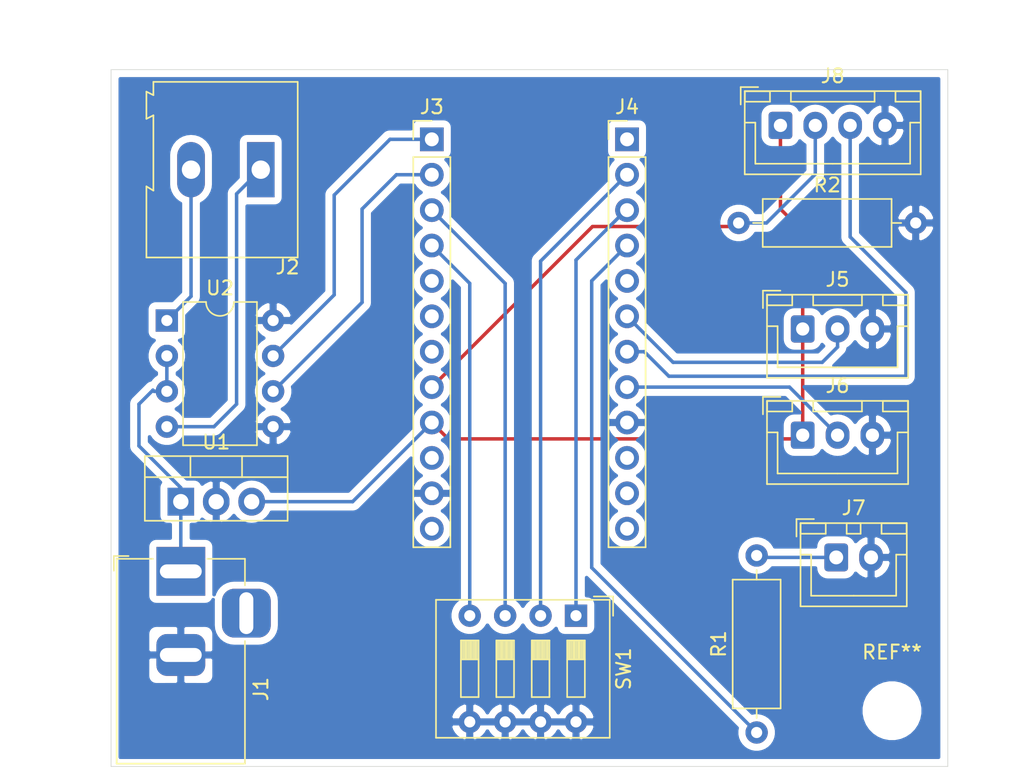
<source format=kicad_pcb>
(kicad_pcb (version 20171130) (host pcbnew 5.1.10)

  (general
    (thickness 1.6)
    (drawings 6)
    (tracks 65)
    (zones 0)
    (modules 14)
    (nets 29)
  )

  (page A4)
  (layers
    (0 F.Cu signal)
    (31 B.Cu signal)
    (32 B.Adhes user)
    (33 F.Adhes user)
    (34 B.Paste user)
    (35 F.Paste user)
    (36 B.SilkS user)
    (37 F.SilkS user)
    (38 B.Mask user)
    (39 F.Mask user)
    (40 Dwgs.User user)
    (41 Cmts.User user)
    (42 Eco1.User user)
    (43 Eco2.User user)
    (44 Edge.Cuts user)
    (45 Margin user)
    (46 B.CrtYd user)
    (47 F.CrtYd user)
    (48 B.Fab user)
    (49 F.Fab user)
  )

  (setup
    (last_trace_width 0.25)
    (trace_clearance 0.2)
    (zone_clearance 0.508)
    (zone_45_only no)
    (trace_min 0.2)
    (via_size 0.8)
    (via_drill 0.4)
    (via_min_size 0.4)
    (via_min_drill 0.3)
    (uvia_size 0.3)
    (uvia_drill 0.1)
    (uvias_allowed no)
    (uvia_min_size 0.2)
    (uvia_min_drill 0.1)
    (edge_width 0.05)
    (segment_width 0.2)
    (pcb_text_width 0.3)
    (pcb_text_size 1.5 1.5)
    (mod_edge_width 0.12)
    (mod_text_size 1 1)
    (mod_text_width 0.15)
    (pad_size 1.524 1.524)
    (pad_drill 0.762)
    (pad_to_mask_clearance 0)
    (aux_axis_origin 0 0)
    (visible_elements FFFFFF7F)
    (pcbplotparams
      (layerselection 0x010fc_ffffffff)
      (usegerberextensions false)
      (usegerberattributes true)
      (usegerberadvancedattributes true)
      (creategerberjobfile true)
      (excludeedgelayer true)
      (linewidth 0.100000)
      (plotframeref false)
      (viasonmask false)
      (mode 1)
      (useauxorigin false)
      (hpglpennumber 1)
      (hpglpenspeed 20)
      (hpglpendiameter 15.000000)
      (psnegative false)
      (psa4output false)
      (plotreference true)
      (plotvalue true)
      (plotinvisibletext false)
      (padsonsilk false)
      (subtractmaskfromsilk false)
      (outputformat 1)
      (mirror false)
      (drillshape 1)
      (scaleselection 1)
      (outputdirectory ""))
  )

  (net 0 "")
  (net 1 +12V)
  (net 2 GND)
  (net 3 "Net-(J1-Pad3)")
  (net 4 "Net-(J2-Pad1)")
  (net 5 "Net-(J2-Pad2)")
  (net 6 "Net-(J3-Pad12)")
  (net 7 "Net-(J3-Pad10)")
  (net 8 +5V)
  (net 9 LUX)
  (net 10 "Net-(J3-Pad7)")
  (net 11 "Net-(J3-Pad6)")
  (net 12 "Net-(J3-Pad5)")
  (net 13 DIP2)
  (net 14 DIP1)
  (net 15 IA)
  (net 16 IB)
  (net 17 "Net-(J4-Pad1)")
  (net 18 DIP3)
  (net 19 DIP4)
  (net 20 "Net-(J4-Pad4)")
  (net 21 "Net-(J4-Pad5)")
  (net 22 ET)
  (net 23 BUT)
  (net 24 EB)
  (net 25 "Net-(J4-Pad10)")
  (net 26 "Net-(J4-Pad11)")
  (net 27 "Net-(J4-Pad12)")
  (net 28 "Net-(J7-Pad1)")

  (net_class Default "This is the default net class."
    (clearance 0.2)
    (trace_width 0.25)
    (via_dia 0.8)
    (via_drill 0.4)
    (uvia_dia 0.3)
    (uvia_drill 0.1)
    (add_net +12V)
    (add_net +5V)
    (add_net BUT)
    (add_net DIP1)
    (add_net DIP2)
    (add_net DIP3)
    (add_net DIP4)
    (add_net EB)
    (add_net ET)
    (add_net GND)
    (add_net IA)
    (add_net IB)
    (add_net LUX)
    (add_net "Net-(J1-Pad3)")
    (add_net "Net-(J2-Pad1)")
    (add_net "Net-(J2-Pad2)")
    (add_net "Net-(J3-Pad10)")
    (add_net "Net-(J3-Pad12)")
    (add_net "Net-(J3-Pad5)")
    (add_net "Net-(J3-Pad6)")
    (add_net "Net-(J3-Pad7)")
    (add_net "Net-(J4-Pad1)")
    (add_net "Net-(J4-Pad10)")
    (add_net "Net-(J4-Pad11)")
    (add_net "Net-(J4-Pad12)")
    (add_net "Net-(J4-Pad4)")
    (add_net "Net-(J4-Pad5)")
    (add_net "Net-(J7-Pad1)")
  )

  (module Package_DIP:DIP-8_W7.62mm (layer F.Cu) (tedit 5A02E8C5) (tstamp 60FA3AC5)
    (at 24 38)
    (descr "8-lead though-hole mounted DIP package, row spacing 7.62 mm (300 mils)")
    (tags "THT DIP DIL PDIP 2.54mm 7.62mm 300mil")
    (path /60FB3B7A)
    (fp_text reference U2 (at 3.81 -2.33) (layer F.SilkS)
      (effects (font (size 1 1) (thickness 0.15)))
    )
    (fp_text value L9110 (at 3.81 9.95) (layer F.Fab)
      (effects (font (size 1 1) (thickness 0.15)))
    )
    (fp_line (start 8.7 -1.55) (end -1.1 -1.55) (layer F.CrtYd) (width 0.05))
    (fp_line (start 8.7 9.15) (end 8.7 -1.55) (layer F.CrtYd) (width 0.05))
    (fp_line (start -1.1 9.15) (end 8.7 9.15) (layer F.CrtYd) (width 0.05))
    (fp_line (start -1.1 -1.55) (end -1.1 9.15) (layer F.CrtYd) (width 0.05))
    (fp_line (start 6.46 -1.33) (end 4.81 -1.33) (layer F.SilkS) (width 0.12))
    (fp_line (start 6.46 8.95) (end 6.46 -1.33) (layer F.SilkS) (width 0.12))
    (fp_line (start 1.16 8.95) (end 6.46 8.95) (layer F.SilkS) (width 0.12))
    (fp_line (start 1.16 -1.33) (end 1.16 8.95) (layer F.SilkS) (width 0.12))
    (fp_line (start 2.81 -1.33) (end 1.16 -1.33) (layer F.SilkS) (width 0.12))
    (fp_line (start 0.635 -0.27) (end 1.635 -1.27) (layer F.Fab) (width 0.1))
    (fp_line (start 0.635 8.89) (end 0.635 -0.27) (layer F.Fab) (width 0.1))
    (fp_line (start 6.985 8.89) (end 0.635 8.89) (layer F.Fab) (width 0.1))
    (fp_line (start 6.985 -1.27) (end 6.985 8.89) (layer F.Fab) (width 0.1))
    (fp_line (start 1.635 -1.27) (end 6.985 -1.27) (layer F.Fab) (width 0.1))
    (fp_arc (start 3.81 -1.33) (end 2.81 -1.33) (angle -180) (layer F.SilkS) (width 0.12))
    (fp_text user %R (at 3.81 3.81) (layer F.Fab)
      (effects (font (size 1 1) (thickness 0.15)))
    )
    (pad 1 thru_hole rect (at 0 0) (size 1.6 1.6) (drill 0.8) (layers *.Cu *.Mask)
      (net 5 "Net-(J2-Pad2)"))
    (pad 5 thru_hole oval (at 7.62 7.62) (size 1.6 1.6) (drill 0.8) (layers *.Cu *.Mask)
      (net 2 GND))
    (pad 2 thru_hole oval (at 0 2.54) (size 1.6 1.6) (drill 0.8) (layers *.Cu *.Mask)
      (net 1 +12V))
    (pad 6 thru_hole oval (at 7.62 5.08) (size 1.6 1.6) (drill 0.8) (layers *.Cu *.Mask)
      (net 15 IA))
    (pad 3 thru_hole oval (at 0 5.08) (size 1.6 1.6) (drill 0.8) (layers *.Cu *.Mask)
      (net 1 +12V))
    (pad 7 thru_hole oval (at 7.62 2.54) (size 1.6 1.6) (drill 0.8) (layers *.Cu *.Mask)
      (net 16 IB))
    (pad 4 thru_hole oval (at 0 7.62) (size 1.6 1.6) (drill 0.8) (layers *.Cu *.Mask)
      (net 4 "Net-(J2-Pad1)"))
    (pad 8 thru_hole oval (at 7.62 0) (size 1.6 1.6) (drill 0.8) (layers *.Cu *.Mask)
      (net 2 GND))
    (model ${KISYS3DMOD}/Package_DIP.3dshapes/DIP-8_W7.62mm.wrl
      (at (xyz 0 0 0))
      (scale (xyz 1 1 1))
      (rotate (xyz 0 0 0))
    )
    (model /home/baptiste/Documents/KicadLibs/dip8-1.snapshot.2/DIP8.STEP
      (offset (xyz 3.75 -3.75 -0.5))
      (scale (xyz 1 1 1))
      (rotate (xyz 0 0 -90))
    )
  )

  (module MountingHole:MountingHole_3.2mm_M3 (layer F.Cu) (tedit 56D1B4CB) (tstamp 60FA2695)
    (at 76 66)
    (descr "Mounting Hole 3.2mm, no annular, M3")
    (tags "mounting hole 3.2mm no annular m3")
    (attr virtual)
    (fp_text reference REF** (at 0 -4.2) (layer F.SilkS)
      (effects (font (size 1 1) (thickness 0.15)))
    )
    (fp_text value MountingHole_3.2mm_M3 (at 0 4.2) (layer F.Fab)
      (effects (font (size 1 1) (thickness 0.15)))
    )
    (fp_text user %R (at 0.3 0) (layer F.Fab)
      (effects (font (size 1 1) (thickness 0.15)))
    )
    (fp_circle (center 0 0) (end 3.2 0) (layer Cmts.User) (width 0.15))
    (fp_circle (center 0 0) (end 3.45 0) (layer F.CrtYd) (width 0.05))
    (pad 1 np_thru_hole circle (at 0 0) (size 3.2 3.2) (drill 3.2) (layers *.Cu *.Mask))
  )

  (module TerminalBlock:TerminalBlock_Altech_AK300-2_P5.00mm (layer F.Cu) (tedit 59FF0306) (tstamp 60FA125B)
    (at 30.734 27.178 180)
    (descr "Altech AK300 terminal block, pitch 5.0mm, 45 degree angled, see http://www.mouser.com/ds/2/16/PCBMETRC-24178.pdf")
    (tags "Altech AK300 terminal block pitch 5.0mm")
    (path /60FC46B3)
    (fp_text reference J2 (at -1.92 -6.99) (layer F.SilkS)
      (effects (font (size 1 1) (thickness 0.15)))
    )
    (fp_text value "DC Motor" (at 2.78 7.75) (layer F.Fab)
      (effects (font (size 1 1) (thickness 0.15)))
    )
    (fp_line (start 8.36 6.47) (end -2.83 6.47) (layer F.CrtYd) (width 0.05))
    (fp_line (start 8.36 6.47) (end 8.36 -6.47) (layer F.CrtYd) (width 0.05))
    (fp_line (start -2.83 -6.47) (end -2.83 6.47) (layer F.CrtYd) (width 0.05))
    (fp_line (start -2.83 -6.47) (end 8.36 -6.47) (layer F.CrtYd) (width 0.05))
    (fp_line (start 3.36 -0.25) (end 6.67 -0.25) (layer F.Fab) (width 0.1))
    (fp_line (start 2.98 -0.25) (end 3.36 -0.25) (layer F.Fab) (width 0.1))
    (fp_line (start 7.05 -0.25) (end 6.67 -0.25) (layer F.Fab) (width 0.1))
    (fp_line (start 6.67 -0.64) (end 3.36 -0.64) (layer F.Fab) (width 0.1))
    (fp_line (start 7.61 -0.64) (end 6.67 -0.64) (layer F.Fab) (width 0.1))
    (fp_line (start 1.66 -0.64) (end 3.36 -0.64) (layer F.Fab) (width 0.1))
    (fp_line (start -1.64 -0.64) (end 1.66 -0.64) (layer F.Fab) (width 0.1))
    (fp_line (start -2.58 -0.64) (end -1.64 -0.64) (layer F.Fab) (width 0.1))
    (fp_line (start 1.66 -0.25) (end -1.64 -0.25) (layer F.Fab) (width 0.1))
    (fp_line (start 2.04 -0.25) (end 1.66 -0.25) (layer F.Fab) (width 0.1))
    (fp_line (start -2.02 -0.25) (end -1.64 -0.25) (layer F.Fab) (width 0.1))
    (fp_line (start -1.49 -4.32) (end 1.56 -4.95) (layer F.Fab) (width 0.1))
    (fp_line (start -1.62 -4.45) (end 1.44 -5.08) (layer F.Fab) (width 0.1))
    (fp_line (start 3.52 -4.32) (end 6.56 -4.95) (layer F.Fab) (width 0.1))
    (fp_line (start 3.39 -4.45) (end 6.44 -5.08) (layer F.Fab) (width 0.1))
    (fp_line (start 2.04 -5.97) (end -2.02 -5.97) (layer F.Fab) (width 0.1))
    (fp_line (start -2.02 -3.43) (end -2.02 -5.97) (layer F.Fab) (width 0.1))
    (fp_line (start 2.04 -3.43) (end -2.02 -3.43) (layer F.Fab) (width 0.1))
    (fp_line (start 2.04 -3.43) (end 2.04 -5.97) (layer F.Fab) (width 0.1))
    (fp_line (start 7.05 -3.43) (end 2.98 -3.43) (layer F.Fab) (width 0.1))
    (fp_line (start 7.05 -5.97) (end 7.05 -3.43) (layer F.Fab) (width 0.1))
    (fp_line (start 2.98 -5.97) (end 7.05 -5.97) (layer F.Fab) (width 0.1))
    (fp_line (start 2.98 -3.43) (end 2.98 -5.97) (layer F.Fab) (width 0.1))
    (fp_line (start 7.61 -3.17) (end 7.61 -1.65) (layer F.Fab) (width 0.1))
    (fp_line (start -2.58 -3.17) (end -2.58 -6.22) (layer F.Fab) (width 0.1))
    (fp_line (start -2.58 -3.17) (end 7.61 -3.17) (layer F.Fab) (width 0.1))
    (fp_line (start 7.61 -0.64) (end 7.61 4.06) (layer F.Fab) (width 0.1))
    (fp_line (start 7.61 -1.65) (end 7.61 -0.64) (layer F.Fab) (width 0.1))
    (fp_line (start -2.58 -0.64) (end -2.58 -3.17) (layer F.Fab) (width 0.1))
    (fp_line (start -2.58 6.22) (end -2.58 -0.64) (layer F.Fab) (width 0.1))
    (fp_line (start 6.67 0.51) (end 6.28 0.51) (layer F.Fab) (width 0.1))
    (fp_line (start 3.36 0.51) (end 3.74 0.51) (layer F.Fab) (width 0.1))
    (fp_line (start 1.66 0.51) (end 1.28 0.51) (layer F.Fab) (width 0.1))
    (fp_line (start -1.64 0.51) (end -1.26 0.51) (layer F.Fab) (width 0.1))
    (fp_line (start -1.64 3.68) (end -1.64 0.51) (layer F.Fab) (width 0.1))
    (fp_line (start 1.66 3.68) (end -1.64 3.68) (layer F.Fab) (width 0.1))
    (fp_line (start 1.66 3.68) (end 1.66 0.51) (layer F.Fab) (width 0.1))
    (fp_line (start 3.36 3.68) (end 3.36 0.51) (layer F.Fab) (width 0.1))
    (fp_line (start 6.67 3.68) (end 3.36 3.68) (layer F.Fab) (width 0.1))
    (fp_line (start 6.67 3.68) (end 6.67 0.51) (layer F.Fab) (width 0.1))
    (fp_line (start -2.02 4.32) (end -2.02 6.22) (layer F.Fab) (width 0.1))
    (fp_line (start 2.04 4.32) (end 2.04 -0.25) (layer F.Fab) (width 0.1))
    (fp_line (start 2.04 4.32) (end -2.02 4.32) (layer F.Fab) (width 0.1))
    (fp_line (start 7.05 4.32) (end 7.05 6.22) (layer F.Fab) (width 0.1))
    (fp_line (start 2.98 4.32) (end 2.98 -0.25) (layer F.Fab) (width 0.1))
    (fp_line (start 2.98 4.32) (end 7.05 4.32) (layer F.Fab) (width 0.1))
    (fp_line (start -2.02 6.22) (end 2.04 6.22) (layer F.Fab) (width 0.1))
    (fp_line (start -2.58 6.22) (end -2.02 6.22) (layer F.Fab) (width 0.1))
    (fp_line (start -2.02 -0.25) (end -2.02 4.32) (layer F.Fab) (width 0.1))
    (fp_line (start 2.04 6.22) (end 2.98 6.22) (layer F.Fab) (width 0.1))
    (fp_line (start 2.04 6.22) (end 2.04 4.32) (layer F.Fab) (width 0.1))
    (fp_line (start 7.05 6.22) (end 7.61 6.22) (layer F.Fab) (width 0.1))
    (fp_line (start 2.98 6.22) (end 7.05 6.22) (layer F.Fab) (width 0.1))
    (fp_line (start 7.05 -0.25) (end 7.05 4.32) (layer F.Fab) (width 0.1))
    (fp_line (start 2.98 6.22) (end 2.98 4.32) (layer F.Fab) (width 0.1))
    (fp_line (start 8.11 3.81) (end 8.11 5.46) (layer F.Fab) (width 0.1))
    (fp_line (start 7.61 4.06) (end 7.61 5.21) (layer F.Fab) (width 0.1))
    (fp_line (start 8.11 3.81) (end 7.61 4.06) (layer F.Fab) (width 0.1))
    (fp_line (start 7.61 5.21) (end 7.61 6.22) (layer F.Fab) (width 0.1))
    (fp_line (start 8.11 5.46) (end 7.61 5.21) (layer F.Fab) (width 0.1))
    (fp_line (start 8.11 -1.4) (end 7.61 -1.65) (layer F.Fab) (width 0.1))
    (fp_line (start 8.11 -6.22) (end 8.11 -1.4) (layer F.Fab) (width 0.1))
    (fp_line (start 7.61 -6.22) (end 8.11 -6.22) (layer F.Fab) (width 0.1))
    (fp_line (start 7.61 -6.22) (end -2.58 -6.22) (layer F.Fab) (width 0.1))
    (fp_line (start 7.61 -6.22) (end 7.61 -3.17) (layer F.Fab) (width 0.1))
    (fp_line (start 3.74 2.54) (end 3.74 -0.25) (layer F.Fab) (width 0.1))
    (fp_line (start 3.74 -0.25) (end 6.28 -0.25) (layer F.Fab) (width 0.1))
    (fp_line (start 6.28 2.54) (end 6.28 -0.25) (layer F.Fab) (width 0.1))
    (fp_line (start 3.74 2.54) (end 6.28 2.54) (layer F.Fab) (width 0.1))
    (fp_line (start -1.26 2.54) (end -1.26 -0.25) (layer F.Fab) (width 0.1))
    (fp_line (start -1.26 -0.25) (end 1.28 -0.25) (layer F.Fab) (width 0.1))
    (fp_line (start 1.28 2.54) (end 1.28 -0.25) (layer F.Fab) (width 0.1))
    (fp_line (start -1.26 2.54) (end 1.28 2.54) (layer F.Fab) (width 0.1))
    (fp_line (start 8.2 -6.3) (end -2.65 -6.3) (layer F.SilkS) (width 0.12))
    (fp_line (start 8.2 -1.2) (end 8.2 -6.3) (layer F.SilkS) (width 0.12))
    (fp_line (start 7.7 -1.5) (end 8.2 -1.2) (layer F.SilkS) (width 0.12))
    (fp_line (start 7.7 3.9) (end 7.7 -1.5) (layer F.SilkS) (width 0.12))
    (fp_line (start 8.2 3.65) (end 7.7 3.9) (layer F.SilkS) (width 0.12))
    (fp_line (start 8.2 3.7) (end 8.2 3.65) (layer F.SilkS) (width 0.12))
    (fp_line (start 8.2 5.6) (end 8.2 3.7) (layer F.SilkS) (width 0.12))
    (fp_line (start 7.7 5.35) (end 8.2 5.6) (layer F.SilkS) (width 0.12))
    (fp_line (start 7.7 6.3) (end 7.7 5.35) (layer F.SilkS) (width 0.12))
    (fp_line (start -2.65 6.3) (end 7.7 6.3) (layer F.SilkS) (width 0.12))
    (fp_line (start -2.65 -6.3) (end -2.65 6.3) (layer F.SilkS) (width 0.12))
    (fp_text user %R (at 2.5 -2) (layer F.Fab)
      (effects (font (size 1 1) (thickness 0.15)))
    )
    (fp_arc (start 6.03 -4.59) (end 6.54 -5.05) (angle 90.5) (layer F.Fab) (width 0.1))
    (fp_arc (start 5.07 -6.07) (end 6.53 -4.12) (angle 75.5) (layer F.Fab) (width 0.1))
    (fp_arc (start 4.99 -3.71) (end 3.39 -5) (angle 100) (layer F.Fab) (width 0.1))
    (fp_arc (start 3.87 -4.65) (end 3.58 -4.13) (angle 104.2) (layer F.Fab) (width 0.1))
    (fp_arc (start 1.03 -4.59) (end 1.53 -5.05) (angle 90.5) (layer F.Fab) (width 0.1))
    (fp_arc (start 0.06 -6.07) (end 1.53 -4.12) (angle 75.5) (layer F.Fab) (width 0.1))
    (fp_arc (start -0.01 -3.71) (end -1.62 -5) (angle 100) (layer F.Fab) (width 0.1))
    (fp_arc (start -1.13 -4.65) (end -1.42 -4.13) (angle 104.2) (layer F.Fab) (width 0.1))
    (pad 1 thru_hole rect (at 0 0 180) (size 1.98 3.96) (drill 1.32) (layers *.Cu *.Mask)
      (net 4 "Net-(J2-Pad1)"))
    (pad 2 thru_hole oval (at 5 0 180) (size 1.98 3.96) (drill 1.32) (layers *.Cu *.Mask)
      (net 5 "Net-(J2-Pad2)"))
    (model ${KISYS3DMOD}/TerminalBlock.3dshapes/TerminalBlock_Altech_AK300-2_P5.00mm.wrl
      (at (xyz 0 0 0))
      (scale (xyz 1 1 1))
      (rotate (xyz 0 0 0))
    )
    (model "/home/baptiste/Documents/KicadLibs/screw-terminal-block-5mm-2.snapshot.17/Screw Terminal Block 5mm 2-way.step"
      (offset (xyz 2.5 0 0))
      (scale (xyz 1 1 1))
      (rotate (xyz -90 0 0))
    )
  )

  (module Connector_PinHeader_2.54mm:PinHeader_1x12_P2.54mm_Vertical (layer F.Cu) (tedit 59FED5CC) (tstamp 60FA127B)
    (at 43 25)
    (descr "Through hole straight pin header, 1x12, 2.54mm pitch, single row")
    (tags "Through hole pin header THT 1x12 2.54mm single row")
    (path /60FA552E)
    (fp_text reference J3 (at 0 -2.33) (layer F.SilkS)
      (effects (font (size 1 1) (thickness 0.15)))
    )
    (fp_text value "Conn. Arduino 1" (at 0 30.27) (layer F.Fab)
      (effects (font (size 1 1) (thickness 0.15)))
    )
    (fp_text user %R (at 0 13.97 90) (layer F.Fab)
      (effects (font (size 1 1) (thickness 0.15)))
    )
    (fp_line (start -0.635 -1.27) (end 1.27 -1.27) (layer F.Fab) (width 0.1))
    (fp_line (start 1.27 -1.27) (end 1.27 29.21) (layer F.Fab) (width 0.1))
    (fp_line (start 1.27 29.21) (end -1.27 29.21) (layer F.Fab) (width 0.1))
    (fp_line (start -1.27 29.21) (end -1.27 -0.635) (layer F.Fab) (width 0.1))
    (fp_line (start -1.27 -0.635) (end -0.635 -1.27) (layer F.Fab) (width 0.1))
    (fp_line (start -1.33 29.27) (end 1.33 29.27) (layer F.SilkS) (width 0.12))
    (fp_line (start -1.33 1.27) (end -1.33 29.27) (layer F.SilkS) (width 0.12))
    (fp_line (start 1.33 1.27) (end 1.33 29.27) (layer F.SilkS) (width 0.12))
    (fp_line (start -1.33 1.27) (end 1.33 1.27) (layer F.SilkS) (width 0.12))
    (fp_line (start -1.33 0) (end -1.33 -1.33) (layer F.SilkS) (width 0.12))
    (fp_line (start -1.33 -1.33) (end 0 -1.33) (layer F.SilkS) (width 0.12))
    (fp_line (start -1.8 -1.8) (end -1.8 29.75) (layer F.CrtYd) (width 0.05))
    (fp_line (start -1.8 29.75) (end 1.8 29.75) (layer F.CrtYd) (width 0.05))
    (fp_line (start 1.8 29.75) (end 1.8 -1.8) (layer F.CrtYd) (width 0.05))
    (fp_line (start 1.8 -1.8) (end -1.8 -1.8) (layer F.CrtYd) (width 0.05))
    (pad 12 thru_hole oval (at 0 27.94) (size 1.7 1.7) (drill 1) (layers *.Cu *.Mask)
      (net 6 "Net-(J3-Pad12)"))
    (pad 11 thru_hole oval (at 0 25.4) (size 1.7 1.7) (drill 1) (layers *.Cu *.Mask)
      (net 2 GND))
    (pad 10 thru_hole oval (at 0 22.86) (size 1.7 1.7) (drill 1) (layers *.Cu *.Mask)
      (net 7 "Net-(J3-Pad10)"))
    (pad 9 thru_hole oval (at 0 20.32) (size 1.7 1.7) (drill 1) (layers *.Cu *.Mask)
      (net 8 +5V))
    (pad 8 thru_hole oval (at 0 17.78) (size 1.7 1.7) (drill 1) (layers *.Cu *.Mask)
      (net 9 LUX))
    (pad 7 thru_hole oval (at 0 15.24) (size 1.7 1.7) (drill 1) (layers *.Cu *.Mask)
      (net 10 "Net-(J3-Pad7)"))
    (pad 6 thru_hole oval (at 0 12.7) (size 1.7 1.7) (drill 1) (layers *.Cu *.Mask)
      (net 11 "Net-(J3-Pad6)"))
    (pad 5 thru_hole oval (at 0 10.16) (size 1.7 1.7) (drill 1) (layers *.Cu *.Mask)
      (net 12 "Net-(J3-Pad5)"))
    (pad 4 thru_hole oval (at 0 7.62) (size 1.7 1.7) (drill 1) (layers *.Cu *.Mask)
      (net 19 DIP4))
    (pad 3 thru_hole oval (at 0 5.08) (size 1.7 1.7) (drill 1) (layers *.Cu *.Mask)
      (net 18 DIP3))
    (pad 2 thru_hole oval (at 0 2.54) (size 1.7 1.7) (drill 1) (layers *.Cu *.Mask)
      (net 15 IA))
    (pad 1 thru_hole rect (at 0 0) (size 1.7 1.7) (drill 1) (layers *.Cu *.Mask)
      (net 16 IB))
    (model ${KISYS3DMOD}/Connector_PinHeader_2.54mm.3dshapes/PinHeader_1x12_P2.54mm_Vertical.wrl
      (at (xyz 0 0 0))
      (scale (xyz 1 1 1))
      (rotate (xyz 0 0 0))
    )
    (model "/home/baptiste/Documents/KicadLibs/pin-header-female-2-54mm-different-pin-numbers-1.snapshot.4/12-Pin Header - Female - 2.54mm.step"
      (at (xyz 0 0 0))
      (scale (xyz 1 1 1))
      (rotate (xyz -90 0 90))
    )
  )

  (module Connector_PinHeader_2.54mm:PinHeader_1x12_P2.54mm_Vertical (layer F.Cu) (tedit 59FED5CC) (tstamp 60FA129B)
    (at 57 25)
    (descr "Through hole straight pin header, 1x12, 2.54mm pitch, single row")
    (tags "Through hole pin header THT 1x12 2.54mm single row")
    (path /60FA6A7C)
    (fp_text reference J4 (at 0 -2.33) (layer F.SilkS)
      (effects (font (size 1 1) (thickness 0.15)))
    )
    (fp_text value Conn_01x12 (at 0 30.27) (layer F.Fab)
      (effects (font (size 1 1) (thickness 0.15)))
    )
    (fp_line (start 1.8 -1.8) (end -1.8 -1.8) (layer F.CrtYd) (width 0.05))
    (fp_line (start 1.8 29.75) (end 1.8 -1.8) (layer F.CrtYd) (width 0.05))
    (fp_line (start -1.8 29.75) (end 1.8 29.75) (layer F.CrtYd) (width 0.05))
    (fp_line (start -1.8 -1.8) (end -1.8 29.75) (layer F.CrtYd) (width 0.05))
    (fp_line (start -1.33 -1.33) (end 0 -1.33) (layer F.SilkS) (width 0.12))
    (fp_line (start -1.33 0) (end -1.33 -1.33) (layer F.SilkS) (width 0.12))
    (fp_line (start -1.33 1.27) (end 1.33 1.27) (layer F.SilkS) (width 0.12))
    (fp_line (start 1.33 1.27) (end 1.33 29.27) (layer F.SilkS) (width 0.12))
    (fp_line (start -1.33 1.27) (end -1.33 29.27) (layer F.SilkS) (width 0.12))
    (fp_line (start -1.33 29.27) (end 1.33 29.27) (layer F.SilkS) (width 0.12))
    (fp_line (start -1.27 -0.635) (end -0.635 -1.27) (layer F.Fab) (width 0.1))
    (fp_line (start -1.27 29.21) (end -1.27 -0.635) (layer F.Fab) (width 0.1))
    (fp_line (start 1.27 29.21) (end -1.27 29.21) (layer F.Fab) (width 0.1))
    (fp_line (start 1.27 -1.27) (end 1.27 29.21) (layer F.Fab) (width 0.1))
    (fp_line (start -0.635 -1.27) (end 1.27 -1.27) (layer F.Fab) (width 0.1))
    (fp_text user %R (at 0 13.97 90) (layer F.Fab)
      (effects (font (size 1 1) (thickness 0.15)))
    )
    (pad 1 thru_hole rect (at 0 0) (size 1.7 1.7) (drill 1) (layers *.Cu *.Mask)
      (net 17 "Net-(J4-Pad1)"))
    (pad 2 thru_hole oval (at 0 2.54) (size 1.7 1.7) (drill 1) (layers *.Cu *.Mask)
      (net 13 DIP2))
    (pad 3 thru_hole oval (at 0 5.08) (size 1.7 1.7) (drill 1) (layers *.Cu *.Mask)
      (net 14 DIP1))
    (pad 4 thru_hole oval (at 0 7.62) (size 1.7 1.7) (drill 1) (layers *.Cu *.Mask)
      (net 20 "Net-(J4-Pad4)"))
    (pad 5 thru_hole oval (at 0 10.16) (size 1.7 1.7) (drill 1) (layers *.Cu *.Mask)
      (net 21 "Net-(J4-Pad5)"))
    (pad 6 thru_hole oval (at 0 12.7) (size 1.7 1.7) (drill 1) (layers *.Cu *.Mask)
      (net 22 ET))
    (pad 7 thru_hole oval (at 0 15.24) (size 1.7 1.7) (drill 1) (layers *.Cu *.Mask)
      (net 23 BUT))
    (pad 8 thru_hole oval (at 0 17.78) (size 1.7 1.7) (drill 1) (layers *.Cu *.Mask)
      (net 24 EB))
    (pad 9 thru_hole oval (at 0 20.32) (size 1.7 1.7) (drill 1) (layers *.Cu *.Mask)
      (net 2 GND))
    (pad 10 thru_hole oval (at 0 22.86) (size 1.7 1.7) (drill 1) (layers *.Cu *.Mask)
      (net 25 "Net-(J4-Pad10)"))
    (pad 11 thru_hole oval (at 0 25.4) (size 1.7 1.7) (drill 1) (layers *.Cu *.Mask)
      (net 26 "Net-(J4-Pad11)"))
    (pad 12 thru_hole oval (at 0 27.94) (size 1.7 1.7) (drill 1) (layers *.Cu *.Mask)
      (net 27 "Net-(J4-Pad12)"))
    (model ${KISYS3DMOD}/Connector_PinHeader_2.54mm.3dshapes/PinHeader_1x12_P2.54mm_Vertical.wrl
      (at (xyz 0 0 0))
      (scale (xyz 1 1 1))
      (rotate (xyz 0 0 0))
    )
    (model "/home/baptiste/Documents/KicadLibs/pin-header-female-2-54mm-different-pin-numbers-1.snapshot.4/12-Pin Header - Female - 2.54mm.step"
      (at (xyz 0 0 0))
      (scale (xyz 1 1 1))
      (rotate (xyz -90 0 90))
    )
  )

  (module Connector_JST:JST_XH_B3B-XH-A_1x03_P2.50mm_Vertical (layer F.Cu) (tedit 5C28146C) (tstamp 60FA12C5)
    (at 69.596 38.608)
    (descr "JST XH series connector, B3B-XH-A (http://www.jst-mfg.com/product/pdf/eng/eXH.pdf), generated with kicad-footprint-generator")
    (tags "connector JST XH vertical")
    (path /6103FA09)
    (fp_text reference J5 (at 2.5 -3.55) (layer F.SilkS)
      (effects (font (size 1 1) (thickness 0.15)))
    )
    (fp_text value "Endstop Top" (at 2.5 4.6) (layer F.Fab)
      (effects (font (size 1 1) (thickness 0.15)))
    )
    (fp_line (start -2.85 -2.75) (end -2.85 -1.5) (layer F.SilkS) (width 0.12))
    (fp_line (start -1.6 -2.75) (end -2.85 -2.75) (layer F.SilkS) (width 0.12))
    (fp_line (start 6.8 2.75) (end 2.5 2.75) (layer F.SilkS) (width 0.12))
    (fp_line (start 6.8 -0.2) (end 6.8 2.75) (layer F.SilkS) (width 0.12))
    (fp_line (start 7.55 -0.2) (end 6.8 -0.2) (layer F.SilkS) (width 0.12))
    (fp_line (start -1.8 2.75) (end 2.5 2.75) (layer F.SilkS) (width 0.12))
    (fp_line (start -1.8 -0.2) (end -1.8 2.75) (layer F.SilkS) (width 0.12))
    (fp_line (start -2.55 -0.2) (end -1.8 -0.2) (layer F.SilkS) (width 0.12))
    (fp_line (start 7.55 -2.45) (end 5.75 -2.45) (layer F.SilkS) (width 0.12))
    (fp_line (start 7.55 -1.7) (end 7.55 -2.45) (layer F.SilkS) (width 0.12))
    (fp_line (start 5.75 -1.7) (end 7.55 -1.7) (layer F.SilkS) (width 0.12))
    (fp_line (start 5.75 -2.45) (end 5.75 -1.7) (layer F.SilkS) (width 0.12))
    (fp_line (start -0.75 -2.45) (end -2.55 -2.45) (layer F.SilkS) (width 0.12))
    (fp_line (start -0.75 -1.7) (end -0.75 -2.45) (layer F.SilkS) (width 0.12))
    (fp_line (start -2.55 -1.7) (end -0.75 -1.7) (layer F.SilkS) (width 0.12))
    (fp_line (start -2.55 -2.45) (end -2.55 -1.7) (layer F.SilkS) (width 0.12))
    (fp_line (start 4.25 -2.45) (end 0.75 -2.45) (layer F.SilkS) (width 0.12))
    (fp_line (start 4.25 -1.7) (end 4.25 -2.45) (layer F.SilkS) (width 0.12))
    (fp_line (start 0.75 -1.7) (end 4.25 -1.7) (layer F.SilkS) (width 0.12))
    (fp_line (start 0.75 -2.45) (end 0.75 -1.7) (layer F.SilkS) (width 0.12))
    (fp_line (start 0 -1.35) (end 0.625 -2.35) (layer F.Fab) (width 0.1))
    (fp_line (start -0.625 -2.35) (end 0 -1.35) (layer F.Fab) (width 0.1))
    (fp_line (start 7.95 -2.85) (end -2.95 -2.85) (layer F.CrtYd) (width 0.05))
    (fp_line (start 7.95 3.9) (end 7.95 -2.85) (layer F.CrtYd) (width 0.05))
    (fp_line (start -2.95 3.9) (end 7.95 3.9) (layer F.CrtYd) (width 0.05))
    (fp_line (start -2.95 -2.85) (end -2.95 3.9) (layer F.CrtYd) (width 0.05))
    (fp_line (start 7.56 -2.46) (end -2.56 -2.46) (layer F.SilkS) (width 0.12))
    (fp_line (start 7.56 3.51) (end 7.56 -2.46) (layer F.SilkS) (width 0.12))
    (fp_line (start -2.56 3.51) (end 7.56 3.51) (layer F.SilkS) (width 0.12))
    (fp_line (start -2.56 -2.46) (end -2.56 3.51) (layer F.SilkS) (width 0.12))
    (fp_line (start 7.45 -2.35) (end -2.45 -2.35) (layer F.Fab) (width 0.1))
    (fp_line (start 7.45 3.4) (end 7.45 -2.35) (layer F.Fab) (width 0.1))
    (fp_line (start -2.45 3.4) (end 7.45 3.4) (layer F.Fab) (width 0.1))
    (fp_line (start -2.45 -2.35) (end -2.45 3.4) (layer F.Fab) (width 0.1))
    (fp_text user %R (at 2.5 2.7) (layer F.Fab)
      (effects (font (size 1 1) (thickness 0.15)))
    )
    (pad 1 thru_hole roundrect (at 0 0) (size 1.7 1.95) (drill 0.95) (layers *.Cu *.Mask) (roundrect_rratio 0.147059)
      (net 8 +5V))
    (pad 2 thru_hole oval (at 2.5 0) (size 1.7 1.95) (drill 0.95) (layers *.Cu *.Mask)
      (net 22 ET))
    (pad 3 thru_hole oval (at 5 0) (size 1.7 1.95) (drill 0.95) (layers *.Cu *.Mask)
      (net 2 GND))
    (model ${KISYS3DMOD}/Connector_JST.3dshapes/JST_XH_B3B-XH-A_1x03_P2.50mm_Vertical.wrl
      (at (xyz 0 0 0))
      (scale (xyz 1 1 1))
      (rotate (xyz 0 0 0))
    )
    (model "/home/baptiste/Documents/KicadLibs/jst-xh-2-54mm-generic-connector-set-1.snapshot.31/Thru Vertical/JST - XH - Thru (V) - 3Pin - 2.54mm.stp"
      (offset (xyz 2.5 0 0))
      (scale (xyz 1 1 1))
      (rotate (xyz 0 0 180))
    )
  )

  (module Connector_JST:JST_XH_B3B-XH-A_1x03_P2.50mm_Vertical (layer F.Cu) (tedit 5C28146C) (tstamp 60FA12EF)
    (at 69.596 46.228)
    (descr "JST XH series connector, B3B-XH-A (http://www.jst-mfg.com/product/pdf/eng/eXH.pdf), generated with kicad-footprint-generator")
    (tags "connector JST XH vertical")
    (path /61043500)
    (fp_text reference J6 (at 2.5 -3.55) (layer F.SilkS)
      (effects (font (size 1 1) (thickness 0.15)))
    )
    (fp_text value "Endstop Bottom" (at 2.5 4.6) (layer F.Fab)
      (effects (font (size 1 1) (thickness 0.15)))
    )
    (fp_text user %R (at 2.5 2.7) (layer F.Fab)
      (effects (font (size 1 1) (thickness 0.15)))
    )
    (fp_line (start -2.45 -2.35) (end -2.45 3.4) (layer F.Fab) (width 0.1))
    (fp_line (start -2.45 3.4) (end 7.45 3.4) (layer F.Fab) (width 0.1))
    (fp_line (start 7.45 3.4) (end 7.45 -2.35) (layer F.Fab) (width 0.1))
    (fp_line (start 7.45 -2.35) (end -2.45 -2.35) (layer F.Fab) (width 0.1))
    (fp_line (start -2.56 -2.46) (end -2.56 3.51) (layer F.SilkS) (width 0.12))
    (fp_line (start -2.56 3.51) (end 7.56 3.51) (layer F.SilkS) (width 0.12))
    (fp_line (start 7.56 3.51) (end 7.56 -2.46) (layer F.SilkS) (width 0.12))
    (fp_line (start 7.56 -2.46) (end -2.56 -2.46) (layer F.SilkS) (width 0.12))
    (fp_line (start -2.95 -2.85) (end -2.95 3.9) (layer F.CrtYd) (width 0.05))
    (fp_line (start -2.95 3.9) (end 7.95 3.9) (layer F.CrtYd) (width 0.05))
    (fp_line (start 7.95 3.9) (end 7.95 -2.85) (layer F.CrtYd) (width 0.05))
    (fp_line (start 7.95 -2.85) (end -2.95 -2.85) (layer F.CrtYd) (width 0.05))
    (fp_line (start -0.625 -2.35) (end 0 -1.35) (layer F.Fab) (width 0.1))
    (fp_line (start 0 -1.35) (end 0.625 -2.35) (layer F.Fab) (width 0.1))
    (fp_line (start 0.75 -2.45) (end 0.75 -1.7) (layer F.SilkS) (width 0.12))
    (fp_line (start 0.75 -1.7) (end 4.25 -1.7) (layer F.SilkS) (width 0.12))
    (fp_line (start 4.25 -1.7) (end 4.25 -2.45) (layer F.SilkS) (width 0.12))
    (fp_line (start 4.25 -2.45) (end 0.75 -2.45) (layer F.SilkS) (width 0.12))
    (fp_line (start -2.55 -2.45) (end -2.55 -1.7) (layer F.SilkS) (width 0.12))
    (fp_line (start -2.55 -1.7) (end -0.75 -1.7) (layer F.SilkS) (width 0.12))
    (fp_line (start -0.75 -1.7) (end -0.75 -2.45) (layer F.SilkS) (width 0.12))
    (fp_line (start -0.75 -2.45) (end -2.55 -2.45) (layer F.SilkS) (width 0.12))
    (fp_line (start 5.75 -2.45) (end 5.75 -1.7) (layer F.SilkS) (width 0.12))
    (fp_line (start 5.75 -1.7) (end 7.55 -1.7) (layer F.SilkS) (width 0.12))
    (fp_line (start 7.55 -1.7) (end 7.55 -2.45) (layer F.SilkS) (width 0.12))
    (fp_line (start 7.55 -2.45) (end 5.75 -2.45) (layer F.SilkS) (width 0.12))
    (fp_line (start -2.55 -0.2) (end -1.8 -0.2) (layer F.SilkS) (width 0.12))
    (fp_line (start -1.8 -0.2) (end -1.8 2.75) (layer F.SilkS) (width 0.12))
    (fp_line (start -1.8 2.75) (end 2.5 2.75) (layer F.SilkS) (width 0.12))
    (fp_line (start 7.55 -0.2) (end 6.8 -0.2) (layer F.SilkS) (width 0.12))
    (fp_line (start 6.8 -0.2) (end 6.8 2.75) (layer F.SilkS) (width 0.12))
    (fp_line (start 6.8 2.75) (end 2.5 2.75) (layer F.SilkS) (width 0.12))
    (fp_line (start -1.6 -2.75) (end -2.85 -2.75) (layer F.SilkS) (width 0.12))
    (fp_line (start -2.85 -2.75) (end -2.85 -1.5) (layer F.SilkS) (width 0.12))
    (pad 3 thru_hole oval (at 5 0) (size 1.7 1.95) (drill 0.95) (layers *.Cu *.Mask)
      (net 2 GND))
    (pad 2 thru_hole oval (at 2.5 0) (size 1.7 1.95) (drill 0.95) (layers *.Cu *.Mask)
      (net 24 EB))
    (pad 1 thru_hole roundrect (at 0 0) (size 1.7 1.95) (drill 0.95) (layers *.Cu *.Mask) (roundrect_rratio 0.147059)
      (net 8 +5V))
    (model ${KISYS3DMOD}/Connector_JST.3dshapes/JST_XH_B3B-XH-A_1x03_P2.50mm_Vertical.wrl
      (at (xyz 0 0 0))
      (scale (xyz 1 1 1))
      (rotate (xyz 0 0 0))
    )
    (model "/home/baptiste/Documents/KicadLibs/jst-xh-2-54mm-generic-connector-set-1.snapshot.31/Thru Vertical/JST - XH - Thru (V) - 3Pin - 2.54mm.stp"
      (offset (xyz 2.5 0 0))
      (scale (xyz 1 1 1))
      (rotate (xyz 0 0 180))
    )
  )

  (module Connector_JST:JST_XH_B2B-XH-A_1x02_P2.50mm_Vertical (layer F.Cu) (tedit 5C28146C) (tstamp 60FA1318)
    (at 72 55)
    (descr "JST XH series connector, B2B-XH-A (http://www.jst-mfg.com/product/pdf/eng/eXH.pdf), generated with kicad-footprint-generator")
    (tags "connector JST XH vertical")
    (path /610A666B)
    (fp_text reference J7 (at 1.25 -3.55) (layer F.SilkS)
      (effects (font (size 1 1) (thickness 0.15)))
    )
    (fp_text value LED (at 1.25 4.6) (layer F.Fab)
      (effects (font (size 1 1) (thickness 0.15)))
    )
    (fp_line (start -2.85 -2.75) (end -2.85 -1.5) (layer F.SilkS) (width 0.12))
    (fp_line (start -1.6 -2.75) (end -2.85 -2.75) (layer F.SilkS) (width 0.12))
    (fp_line (start 4.3 2.75) (end 1.25 2.75) (layer F.SilkS) (width 0.12))
    (fp_line (start 4.3 -0.2) (end 4.3 2.75) (layer F.SilkS) (width 0.12))
    (fp_line (start 5.05 -0.2) (end 4.3 -0.2) (layer F.SilkS) (width 0.12))
    (fp_line (start -1.8 2.75) (end 1.25 2.75) (layer F.SilkS) (width 0.12))
    (fp_line (start -1.8 -0.2) (end -1.8 2.75) (layer F.SilkS) (width 0.12))
    (fp_line (start -2.55 -0.2) (end -1.8 -0.2) (layer F.SilkS) (width 0.12))
    (fp_line (start 5.05 -2.45) (end 3.25 -2.45) (layer F.SilkS) (width 0.12))
    (fp_line (start 5.05 -1.7) (end 5.05 -2.45) (layer F.SilkS) (width 0.12))
    (fp_line (start 3.25 -1.7) (end 5.05 -1.7) (layer F.SilkS) (width 0.12))
    (fp_line (start 3.25 -2.45) (end 3.25 -1.7) (layer F.SilkS) (width 0.12))
    (fp_line (start -0.75 -2.45) (end -2.55 -2.45) (layer F.SilkS) (width 0.12))
    (fp_line (start -0.75 -1.7) (end -0.75 -2.45) (layer F.SilkS) (width 0.12))
    (fp_line (start -2.55 -1.7) (end -0.75 -1.7) (layer F.SilkS) (width 0.12))
    (fp_line (start -2.55 -2.45) (end -2.55 -1.7) (layer F.SilkS) (width 0.12))
    (fp_line (start 1.75 -2.45) (end 0.75 -2.45) (layer F.SilkS) (width 0.12))
    (fp_line (start 1.75 -1.7) (end 1.75 -2.45) (layer F.SilkS) (width 0.12))
    (fp_line (start 0.75 -1.7) (end 1.75 -1.7) (layer F.SilkS) (width 0.12))
    (fp_line (start 0.75 -2.45) (end 0.75 -1.7) (layer F.SilkS) (width 0.12))
    (fp_line (start 0 -1.35) (end 0.625 -2.35) (layer F.Fab) (width 0.1))
    (fp_line (start -0.625 -2.35) (end 0 -1.35) (layer F.Fab) (width 0.1))
    (fp_line (start 5.45 -2.85) (end -2.95 -2.85) (layer F.CrtYd) (width 0.05))
    (fp_line (start 5.45 3.9) (end 5.45 -2.85) (layer F.CrtYd) (width 0.05))
    (fp_line (start -2.95 3.9) (end 5.45 3.9) (layer F.CrtYd) (width 0.05))
    (fp_line (start -2.95 -2.85) (end -2.95 3.9) (layer F.CrtYd) (width 0.05))
    (fp_line (start 5.06 -2.46) (end -2.56 -2.46) (layer F.SilkS) (width 0.12))
    (fp_line (start 5.06 3.51) (end 5.06 -2.46) (layer F.SilkS) (width 0.12))
    (fp_line (start -2.56 3.51) (end 5.06 3.51) (layer F.SilkS) (width 0.12))
    (fp_line (start -2.56 -2.46) (end -2.56 3.51) (layer F.SilkS) (width 0.12))
    (fp_line (start 4.95 -2.35) (end -2.45 -2.35) (layer F.Fab) (width 0.1))
    (fp_line (start 4.95 3.4) (end 4.95 -2.35) (layer F.Fab) (width 0.1))
    (fp_line (start -2.45 3.4) (end 4.95 3.4) (layer F.Fab) (width 0.1))
    (fp_line (start -2.45 -2.35) (end -2.45 3.4) (layer F.Fab) (width 0.1))
    (fp_text user %R (at 1.25 2.7) (layer F.Fab)
      (effects (font (size 1 1) (thickness 0.15)))
    )
    (pad 1 thru_hole roundrect (at 0 0) (size 1.7 2) (drill 1) (layers *.Cu *.Mask) (roundrect_rratio 0.147059)
      (net 28 "Net-(J7-Pad1)"))
    (pad 2 thru_hole oval (at 2.5 0) (size 1.7 2) (drill 1) (layers *.Cu *.Mask)
      (net 2 GND))
    (model ${KISYS3DMOD}/Connector_JST.3dshapes/JST_XH_B2B-XH-A_1x02_P2.50mm_Vertical.wrl
      (at (xyz 0 0 0))
      (scale (xyz 1 1 1))
      (rotate (xyz 0 0 0))
    )
    (model "/home/baptiste/Documents/KicadLibs/jst-xh-2-54mm-generic-connector-set-1.snapshot.31/Thru Vertical/JST - XH - Thru (V) - 2Pin - 2.54mm.stp"
      (offset (xyz 1.25 0 0))
      (scale (xyz 1 1 1))
      (rotate (xyz 0 0 180))
    )
  )

  (module Connector_JST:JST_XH_B4B-XH-A_1x04_P2.50mm_Vertical (layer F.Cu) (tedit 5C28146C) (tstamp 60FA1343)
    (at 68 24)
    (descr "JST XH series connector, B4B-XH-A (http://www.jst-mfg.com/product/pdf/eng/eXH.pdf), generated with kicad-footprint-generator")
    (tags "connector JST XH vertical")
    (path /6107317C)
    (fp_text reference J8 (at 3.75 -3.55) (layer F.SilkS)
      (effects (font (size 1 1) (thickness 0.15)))
    )
    (fp_text value "Lux sensor & button" (at 3.75 4.6) (layer F.Fab)
      (effects (font (size 1 1) (thickness 0.15)))
    )
    (fp_line (start -2.85 -2.75) (end -2.85 -1.5) (layer F.SilkS) (width 0.12))
    (fp_line (start -1.6 -2.75) (end -2.85 -2.75) (layer F.SilkS) (width 0.12))
    (fp_line (start 9.3 2.75) (end 3.75 2.75) (layer F.SilkS) (width 0.12))
    (fp_line (start 9.3 -0.2) (end 9.3 2.75) (layer F.SilkS) (width 0.12))
    (fp_line (start 10.05 -0.2) (end 9.3 -0.2) (layer F.SilkS) (width 0.12))
    (fp_line (start -1.8 2.75) (end 3.75 2.75) (layer F.SilkS) (width 0.12))
    (fp_line (start -1.8 -0.2) (end -1.8 2.75) (layer F.SilkS) (width 0.12))
    (fp_line (start -2.55 -0.2) (end -1.8 -0.2) (layer F.SilkS) (width 0.12))
    (fp_line (start 10.05 -2.45) (end 8.25 -2.45) (layer F.SilkS) (width 0.12))
    (fp_line (start 10.05 -1.7) (end 10.05 -2.45) (layer F.SilkS) (width 0.12))
    (fp_line (start 8.25 -1.7) (end 10.05 -1.7) (layer F.SilkS) (width 0.12))
    (fp_line (start 8.25 -2.45) (end 8.25 -1.7) (layer F.SilkS) (width 0.12))
    (fp_line (start -0.75 -2.45) (end -2.55 -2.45) (layer F.SilkS) (width 0.12))
    (fp_line (start -0.75 -1.7) (end -0.75 -2.45) (layer F.SilkS) (width 0.12))
    (fp_line (start -2.55 -1.7) (end -0.75 -1.7) (layer F.SilkS) (width 0.12))
    (fp_line (start -2.55 -2.45) (end -2.55 -1.7) (layer F.SilkS) (width 0.12))
    (fp_line (start 6.75 -2.45) (end 0.75 -2.45) (layer F.SilkS) (width 0.12))
    (fp_line (start 6.75 -1.7) (end 6.75 -2.45) (layer F.SilkS) (width 0.12))
    (fp_line (start 0.75 -1.7) (end 6.75 -1.7) (layer F.SilkS) (width 0.12))
    (fp_line (start 0.75 -2.45) (end 0.75 -1.7) (layer F.SilkS) (width 0.12))
    (fp_line (start 0 -1.35) (end 0.625 -2.35) (layer F.Fab) (width 0.1))
    (fp_line (start -0.625 -2.35) (end 0 -1.35) (layer F.Fab) (width 0.1))
    (fp_line (start 10.45 -2.85) (end -2.95 -2.85) (layer F.CrtYd) (width 0.05))
    (fp_line (start 10.45 3.9) (end 10.45 -2.85) (layer F.CrtYd) (width 0.05))
    (fp_line (start -2.95 3.9) (end 10.45 3.9) (layer F.CrtYd) (width 0.05))
    (fp_line (start -2.95 -2.85) (end -2.95 3.9) (layer F.CrtYd) (width 0.05))
    (fp_line (start 10.06 -2.46) (end -2.56 -2.46) (layer F.SilkS) (width 0.12))
    (fp_line (start 10.06 3.51) (end 10.06 -2.46) (layer F.SilkS) (width 0.12))
    (fp_line (start -2.56 3.51) (end 10.06 3.51) (layer F.SilkS) (width 0.12))
    (fp_line (start -2.56 -2.46) (end -2.56 3.51) (layer F.SilkS) (width 0.12))
    (fp_line (start 9.95 -2.35) (end -2.45 -2.35) (layer F.Fab) (width 0.1))
    (fp_line (start 9.95 3.4) (end 9.95 -2.35) (layer F.Fab) (width 0.1))
    (fp_line (start -2.45 3.4) (end 9.95 3.4) (layer F.Fab) (width 0.1))
    (fp_line (start -2.45 -2.35) (end -2.45 3.4) (layer F.Fab) (width 0.1))
    (fp_text user %R (at 3.75 2.7) (layer F.Fab)
      (effects (font (size 1 1) (thickness 0.15)))
    )
    (pad 1 thru_hole roundrect (at 0 0) (size 1.7 1.95) (drill 0.95) (layers *.Cu *.Mask) (roundrect_rratio 0.147059)
      (net 8 +5V))
    (pad 2 thru_hole oval (at 2.5 0) (size 1.7 1.95) (drill 0.95) (layers *.Cu *.Mask)
      (net 9 LUX))
    (pad 3 thru_hole oval (at 5 0) (size 1.7 1.95) (drill 0.95) (layers *.Cu *.Mask)
      (net 23 BUT))
    (pad 4 thru_hole oval (at 7.5 0) (size 1.7 1.95) (drill 0.95) (layers *.Cu *.Mask)
      (net 2 GND))
    (model ${KISYS3DMOD}/Connector_JST.3dshapes/JST_XH_B4B-XH-A_1x04_P2.50mm_Vertical.wrl
      (at (xyz 0 0 0))
      (scale (xyz 1 1 1))
      (rotate (xyz 0 0 0))
    )
    (model "/home/baptiste/Documents/KicadLibs/jst-xh-2-54mm-generic-connector-set-1.snapshot.31/Thru Vertical/JST - XH - Thru (V) - 4Pin - 2.54mm.stp"
      (offset (xyz 3.75 0 0))
      (scale (xyz 1 1 1))
      (rotate (xyz 0 0 180))
    )
  )

  (module Resistor_THT:R_Axial_DIN0309_L9.0mm_D3.2mm_P12.70mm_Horizontal (layer F.Cu) (tedit 5AE5139B) (tstamp 60FA135A)
    (at 66.294 67.564 90)
    (descr "Resistor, Axial_DIN0309 series, Axial, Horizontal, pin pitch=12.7mm, 0.5W = 1/2W, length*diameter=9*3.2mm^2, http://cdn-reichelt.de/documents/datenblatt/B400/1_4W%23YAG.pdf")
    (tags "Resistor Axial_DIN0309 series Axial Horizontal pin pitch 12.7mm 0.5W = 1/2W length 9mm diameter 3.2mm")
    (path /610A31A0)
    (fp_text reference R1 (at 6.35 -2.72 90) (layer F.SilkS)
      (effects (font (size 1 1) (thickness 0.15)))
    )
    (fp_text value 220Ω (at 6.35 2.72 90) (layer F.Fab)
      (effects (font (size 1 1) (thickness 0.15)))
    )
    (fp_text user %R (at 6.35 0 90) (layer F.Fab)
      (effects (font (size 1 1) (thickness 0.15)))
    )
    (fp_line (start 1.85 -1.6) (end 1.85 1.6) (layer F.Fab) (width 0.1))
    (fp_line (start 1.85 1.6) (end 10.85 1.6) (layer F.Fab) (width 0.1))
    (fp_line (start 10.85 1.6) (end 10.85 -1.6) (layer F.Fab) (width 0.1))
    (fp_line (start 10.85 -1.6) (end 1.85 -1.6) (layer F.Fab) (width 0.1))
    (fp_line (start 0 0) (end 1.85 0) (layer F.Fab) (width 0.1))
    (fp_line (start 12.7 0) (end 10.85 0) (layer F.Fab) (width 0.1))
    (fp_line (start 1.73 -1.72) (end 1.73 1.72) (layer F.SilkS) (width 0.12))
    (fp_line (start 1.73 1.72) (end 10.97 1.72) (layer F.SilkS) (width 0.12))
    (fp_line (start 10.97 1.72) (end 10.97 -1.72) (layer F.SilkS) (width 0.12))
    (fp_line (start 10.97 -1.72) (end 1.73 -1.72) (layer F.SilkS) (width 0.12))
    (fp_line (start 1.04 0) (end 1.73 0) (layer F.SilkS) (width 0.12))
    (fp_line (start 11.66 0) (end 10.97 0) (layer F.SilkS) (width 0.12))
    (fp_line (start -1.05 -1.85) (end -1.05 1.85) (layer F.CrtYd) (width 0.05))
    (fp_line (start -1.05 1.85) (end 13.75 1.85) (layer F.CrtYd) (width 0.05))
    (fp_line (start 13.75 1.85) (end 13.75 -1.85) (layer F.CrtYd) (width 0.05))
    (fp_line (start 13.75 -1.85) (end -1.05 -1.85) (layer F.CrtYd) (width 0.05))
    (pad 2 thru_hole oval (at 12.7 0 90) (size 1.6 1.6) (drill 0.8) (layers *.Cu *.Mask)
      (net 28 "Net-(J7-Pad1)"))
    (pad 1 thru_hole circle (at 0 0 90) (size 1.6 1.6) (drill 0.8) (layers *.Cu *.Mask)
      (net 20 "Net-(J4-Pad4)"))
    (model ${KISYS3DMOD}/Resistor_THT.3dshapes/R_Axial_DIN0309_L9.0mm_D3.2mm_P12.70mm_Horizontal.wrl
      (at (xyz 0 0 0))
      (scale (xyz 1 1 1))
      (rotate (xyz 0 0 0))
    )
    (model /home/baptiste/Documents/KicadLibs/passive-thd-1.snapshot.128/Resistors/RES-0.5W-HH-MF.stp
      (offset (xyz 6.5 0 -2))
      (scale (xyz 1 1 1))
      (rotate (xyz 0 0 0))
    )
  )

  (module Resistor_THT:R_Axial_DIN0309_L9.0mm_D3.2mm_P12.70mm_Horizontal (layer F.Cu) (tedit 5AE5139B) (tstamp 60FA1371)
    (at 65 31)
    (descr "Resistor, Axial_DIN0309 series, Axial, Horizontal, pin pitch=12.7mm, 0.5W = 1/2W, length*diameter=9*3.2mm^2, http://cdn-reichelt.de/documents/datenblatt/B400/1_4W%23YAG.pdf")
    (tags "Resistor Axial_DIN0309 series Axial Horizontal pin pitch 12.7mm 0.5W = 1/2W length 9mm diameter 3.2mm")
    (path /61081440)
    (fp_text reference R2 (at 6.35 -2.72) (layer F.SilkS)
      (effects (font (size 1 1) (thickness 0.15)))
    )
    (fp_text value 10kΩ (at 6.35 2.72) (layer F.Fab)
      (effects (font (size 1 1) (thickness 0.15)))
    )
    (fp_line (start 13.75 -1.85) (end -1.05 -1.85) (layer F.CrtYd) (width 0.05))
    (fp_line (start 13.75 1.85) (end 13.75 -1.85) (layer F.CrtYd) (width 0.05))
    (fp_line (start -1.05 1.85) (end 13.75 1.85) (layer F.CrtYd) (width 0.05))
    (fp_line (start -1.05 -1.85) (end -1.05 1.85) (layer F.CrtYd) (width 0.05))
    (fp_line (start 11.66 0) (end 10.97 0) (layer F.SilkS) (width 0.12))
    (fp_line (start 1.04 0) (end 1.73 0) (layer F.SilkS) (width 0.12))
    (fp_line (start 10.97 -1.72) (end 1.73 -1.72) (layer F.SilkS) (width 0.12))
    (fp_line (start 10.97 1.72) (end 10.97 -1.72) (layer F.SilkS) (width 0.12))
    (fp_line (start 1.73 1.72) (end 10.97 1.72) (layer F.SilkS) (width 0.12))
    (fp_line (start 1.73 -1.72) (end 1.73 1.72) (layer F.SilkS) (width 0.12))
    (fp_line (start 12.7 0) (end 10.85 0) (layer F.Fab) (width 0.1))
    (fp_line (start 0 0) (end 1.85 0) (layer F.Fab) (width 0.1))
    (fp_line (start 10.85 -1.6) (end 1.85 -1.6) (layer F.Fab) (width 0.1))
    (fp_line (start 10.85 1.6) (end 10.85 -1.6) (layer F.Fab) (width 0.1))
    (fp_line (start 1.85 1.6) (end 10.85 1.6) (layer F.Fab) (width 0.1))
    (fp_line (start 1.85 -1.6) (end 1.85 1.6) (layer F.Fab) (width 0.1))
    (fp_text user %R (at 6.35 0) (layer F.Fab)
      (effects (font (size 1 1) (thickness 0.15)))
    )
    (pad 1 thru_hole circle (at 0 0) (size 1.6 1.6) (drill 0.8) (layers *.Cu *.Mask)
      (net 9 LUX))
    (pad 2 thru_hole oval (at 12.7 0) (size 1.6 1.6) (drill 0.8) (layers *.Cu *.Mask)
      (net 2 GND))
    (model ${KISYS3DMOD}/Resistor_THT.3dshapes/R_Axial_DIN0309_L9.0mm_D3.2mm_P12.70mm_Horizontal.wrl
      (at (xyz 0 0 0))
      (scale (xyz 1 1 1))
      (rotate (xyz 0 0 0))
    )
    (model /home/baptiste/Documents/KicadLibs/passive-thd-1.snapshot.128/Resistors/RES-0.5W-HH-MF.stp
      (offset (xyz 6.5 0 -2))
      (scale (xyz 1 1 1))
      (rotate (xyz 0 0 0))
    )
  )

  (module Button_Switch_THT:SW_DIP_SPSTx04_Slide_9.78x12.34mm_W7.62mm_P2.54mm (layer F.Cu) (tedit 5A4E1404) (tstamp 60FA140E)
    (at 53.34 59.182 270)
    (descr "4x-dip-switch SPST , Slide, row spacing 7.62 mm (300 mils), body size 9.78x12.34mm (see e.g. https://www.ctscorp.com/wp-content/uploads/206-208.pdf)")
    (tags "DIP Switch SPST Slide 7.62mm 300mil")
    (path /60FD92BF)
    (fp_text reference SW1 (at 3.81 -3.42 90) (layer F.SilkS)
      (effects (font (size 1 1) (thickness 0.15)))
    )
    (fp_text value "DIP Switchs" (at 3.81 11.04 90) (layer F.Fab)
      (effects (font (size 1 1) (thickness 0.15)))
    )
    (fp_line (start 8.95 -2.7) (end -1.35 -2.7) (layer F.CrtYd) (width 0.05))
    (fp_line (start 8.95 10.3) (end 8.95 -2.7) (layer F.CrtYd) (width 0.05))
    (fp_line (start -1.35 10.3) (end 8.95 10.3) (layer F.CrtYd) (width 0.05))
    (fp_line (start -1.35 -2.7) (end -1.35 10.3) (layer F.CrtYd) (width 0.05))
    (fp_line (start 3.133333 6.985) (end 3.133333 8.255) (layer F.SilkS) (width 0.12))
    (fp_line (start 1.78 8.185) (end 3.133333 8.185) (layer F.SilkS) (width 0.12))
    (fp_line (start 1.78 8.065) (end 3.133333 8.065) (layer F.SilkS) (width 0.12))
    (fp_line (start 1.78 7.945) (end 3.133333 7.945) (layer F.SilkS) (width 0.12))
    (fp_line (start 1.78 7.825) (end 3.133333 7.825) (layer F.SilkS) (width 0.12))
    (fp_line (start 1.78 7.705) (end 3.133333 7.705) (layer F.SilkS) (width 0.12))
    (fp_line (start 1.78 7.585) (end 3.133333 7.585) (layer F.SilkS) (width 0.12))
    (fp_line (start 1.78 7.465) (end 3.133333 7.465) (layer F.SilkS) (width 0.12))
    (fp_line (start 1.78 7.345) (end 3.133333 7.345) (layer F.SilkS) (width 0.12))
    (fp_line (start 1.78 7.225) (end 3.133333 7.225) (layer F.SilkS) (width 0.12))
    (fp_line (start 1.78 7.105) (end 3.133333 7.105) (layer F.SilkS) (width 0.12))
    (fp_line (start 5.84 6.985) (end 1.78 6.985) (layer F.SilkS) (width 0.12))
    (fp_line (start 5.84 8.255) (end 5.84 6.985) (layer F.SilkS) (width 0.12))
    (fp_line (start 1.78 8.255) (end 5.84 8.255) (layer F.SilkS) (width 0.12))
    (fp_line (start 1.78 6.985) (end 1.78 8.255) (layer F.SilkS) (width 0.12))
    (fp_line (start 3.133333 4.445) (end 3.133333 5.715) (layer F.SilkS) (width 0.12))
    (fp_line (start 1.78 5.645) (end 3.133333 5.645) (layer F.SilkS) (width 0.12))
    (fp_line (start 1.78 5.525) (end 3.133333 5.525) (layer F.SilkS) (width 0.12))
    (fp_line (start 1.78 5.405) (end 3.133333 5.405) (layer F.SilkS) (width 0.12))
    (fp_line (start 1.78 5.285) (end 3.133333 5.285) (layer F.SilkS) (width 0.12))
    (fp_line (start 1.78 5.165) (end 3.133333 5.165) (layer F.SilkS) (width 0.12))
    (fp_line (start 1.78 5.045) (end 3.133333 5.045) (layer F.SilkS) (width 0.12))
    (fp_line (start 1.78 4.925) (end 3.133333 4.925) (layer F.SilkS) (width 0.12))
    (fp_line (start 1.78 4.805) (end 3.133333 4.805) (layer F.SilkS) (width 0.12))
    (fp_line (start 1.78 4.685) (end 3.133333 4.685) (layer F.SilkS) (width 0.12))
    (fp_line (start 1.78 4.565) (end 3.133333 4.565) (layer F.SilkS) (width 0.12))
    (fp_line (start 5.84 4.445) (end 1.78 4.445) (layer F.SilkS) (width 0.12))
    (fp_line (start 5.84 5.715) (end 5.84 4.445) (layer F.SilkS) (width 0.12))
    (fp_line (start 1.78 5.715) (end 5.84 5.715) (layer F.SilkS) (width 0.12))
    (fp_line (start 1.78 4.445) (end 1.78 5.715) (layer F.SilkS) (width 0.12))
    (fp_line (start 3.133333 1.905) (end 3.133333 3.175) (layer F.SilkS) (width 0.12))
    (fp_line (start 1.78 3.105) (end 3.133333 3.105) (layer F.SilkS) (width 0.12))
    (fp_line (start 1.78 2.985) (end 3.133333 2.985) (layer F.SilkS) (width 0.12))
    (fp_line (start 1.78 2.865) (end 3.133333 2.865) (layer F.SilkS) (width 0.12))
    (fp_line (start 1.78 2.745) (end 3.133333 2.745) (layer F.SilkS) (width 0.12))
    (fp_line (start 1.78 2.625) (end 3.133333 2.625) (layer F.SilkS) (width 0.12))
    (fp_line (start 1.78 2.505) (end 3.133333 2.505) (layer F.SilkS) (width 0.12))
    (fp_line (start 1.78 2.385) (end 3.133333 2.385) (layer F.SilkS) (width 0.12))
    (fp_line (start 1.78 2.265) (end 3.133333 2.265) (layer F.SilkS) (width 0.12))
    (fp_line (start 1.78 2.145) (end 3.133333 2.145) (layer F.SilkS) (width 0.12))
    (fp_line (start 1.78 2.025) (end 3.133333 2.025) (layer F.SilkS) (width 0.12))
    (fp_line (start 5.84 1.905) (end 1.78 1.905) (layer F.SilkS) (width 0.12))
    (fp_line (start 5.84 3.175) (end 5.84 1.905) (layer F.SilkS) (width 0.12))
    (fp_line (start 1.78 3.175) (end 5.84 3.175) (layer F.SilkS) (width 0.12))
    (fp_line (start 1.78 1.905) (end 1.78 3.175) (layer F.SilkS) (width 0.12))
    (fp_line (start 3.133333 -0.635) (end 3.133333 0.635) (layer F.SilkS) (width 0.12))
    (fp_line (start 1.78 0.565) (end 3.133333 0.565) (layer F.SilkS) (width 0.12))
    (fp_line (start 1.78 0.445) (end 3.133333 0.445) (layer F.SilkS) (width 0.12))
    (fp_line (start 1.78 0.325) (end 3.133333 0.325) (layer F.SilkS) (width 0.12))
    (fp_line (start 1.78 0.205) (end 3.133333 0.205) (layer F.SilkS) (width 0.12))
    (fp_line (start 1.78 0.085) (end 3.133333 0.085) (layer F.SilkS) (width 0.12))
    (fp_line (start 1.78 -0.035) (end 3.133333 -0.035) (layer F.SilkS) (width 0.12))
    (fp_line (start 1.78 -0.155) (end 3.133333 -0.155) (layer F.SilkS) (width 0.12))
    (fp_line (start 1.78 -0.275) (end 3.133333 -0.275) (layer F.SilkS) (width 0.12))
    (fp_line (start 1.78 -0.395) (end 3.133333 -0.395) (layer F.SilkS) (width 0.12))
    (fp_line (start 1.78 -0.515) (end 3.133333 -0.515) (layer F.SilkS) (width 0.12))
    (fp_line (start 5.84 -0.635) (end 1.78 -0.635) (layer F.SilkS) (width 0.12))
    (fp_line (start 5.84 0.635) (end 5.84 -0.635) (layer F.SilkS) (width 0.12))
    (fp_line (start 1.78 0.635) (end 5.84 0.635) (layer F.SilkS) (width 0.12))
    (fp_line (start 1.78 -0.635) (end 1.78 0.635) (layer F.SilkS) (width 0.12))
    (fp_line (start -1.38 -2.66) (end -1.38 -1.277) (layer F.SilkS) (width 0.12))
    (fp_line (start -1.38 -2.66) (end 0.004 -2.66) (layer F.SilkS) (width 0.12))
    (fp_line (start 8.76 -2.42) (end 8.76 10.04) (layer F.SilkS) (width 0.12))
    (fp_line (start -1.14 -2.42) (end -1.14 10.04) (layer F.SilkS) (width 0.12))
    (fp_line (start -1.14 10.04) (end 8.76 10.04) (layer F.SilkS) (width 0.12))
    (fp_line (start -1.14 -2.42) (end 8.76 -2.42) (layer F.SilkS) (width 0.12))
    (fp_line (start 3.133333 6.985) (end 3.133333 8.255) (layer F.Fab) (width 0.1))
    (fp_line (start 1.78 8.185) (end 3.133333 8.185) (layer F.Fab) (width 0.1))
    (fp_line (start 1.78 8.085) (end 3.133333 8.085) (layer F.Fab) (width 0.1))
    (fp_line (start 1.78 7.985) (end 3.133333 7.985) (layer F.Fab) (width 0.1))
    (fp_line (start 1.78 7.885) (end 3.133333 7.885) (layer F.Fab) (width 0.1))
    (fp_line (start 1.78 7.785) (end 3.133333 7.785) (layer F.Fab) (width 0.1))
    (fp_line (start 1.78 7.685) (end 3.133333 7.685) (layer F.Fab) (width 0.1))
    (fp_line (start 1.78 7.585) (end 3.133333 7.585) (layer F.Fab) (width 0.1))
    (fp_line (start 1.78 7.485) (end 3.133333 7.485) (layer F.Fab) (width 0.1))
    (fp_line (start 1.78 7.385) (end 3.133333 7.385) (layer F.Fab) (width 0.1))
    (fp_line (start 1.78 7.285) (end 3.133333 7.285) (layer F.Fab) (width 0.1))
    (fp_line (start 1.78 7.185) (end 3.133333 7.185) (layer F.Fab) (width 0.1))
    (fp_line (start 1.78 7.085) (end 3.133333 7.085) (layer F.Fab) (width 0.1))
    (fp_line (start 5.84 6.985) (end 1.78 6.985) (layer F.Fab) (width 0.1))
    (fp_line (start 5.84 8.255) (end 5.84 6.985) (layer F.Fab) (width 0.1))
    (fp_line (start 1.78 8.255) (end 5.84 8.255) (layer F.Fab) (width 0.1))
    (fp_line (start 1.78 6.985) (end 1.78 8.255) (layer F.Fab) (width 0.1))
    (fp_line (start 3.133333 4.445) (end 3.133333 5.715) (layer F.Fab) (width 0.1))
    (fp_line (start 1.78 5.645) (end 3.133333 5.645) (layer F.Fab) (width 0.1))
    (fp_line (start 1.78 5.545) (end 3.133333 5.545) (layer F.Fab) (width 0.1))
    (fp_line (start 1.78 5.445) (end 3.133333 5.445) (layer F.Fab) (width 0.1))
    (fp_line (start 1.78 5.345) (end 3.133333 5.345) (layer F.Fab) (width 0.1))
    (fp_line (start 1.78 5.245) (end 3.133333 5.245) (layer F.Fab) (width 0.1))
    (fp_line (start 1.78 5.145) (end 3.133333 5.145) (layer F.Fab) (width 0.1))
    (fp_line (start 1.78 5.045) (end 3.133333 5.045) (layer F.Fab) (width 0.1))
    (fp_line (start 1.78 4.945) (end 3.133333 4.945) (layer F.Fab) (width 0.1))
    (fp_line (start 1.78 4.845) (end 3.133333 4.845) (layer F.Fab) (width 0.1))
    (fp_line (start 1.78 4.745) (end 3.133333 4.745) (layer F.Fab) (width 0.1))
    (fp_line (start 1.78 4.645) (end 3.133333 4.645) (layer F.Fab) (width 0.1))
    (fp_line (start 1.78 4.545) (end 3.133333 4.545) (layer F.Fab) (width 0.1))
    (fp_line (start 5.84 4.445) (end 1.78 4.445) (layer F.Fab) (width 0.1))
    (fp_line (start 5.84 5.715) (end 5.84 4.445) (layer F.Fab) (width 0.1))
    (fp_line (start 1.78 5.715) (end 5.84 5.715) (layer F.Fab) (width 0.1))
    (fp_line (start 1.78 4.445) (end 1.78 5.715) (layer F.Fab) (width 0.1))
    (fp_line (start 3.133333 1.905) (end 3.133333 3.175) (layer F.Fab) (width 0.1))
    (fp_line (start 1.78 3.105) (end 3.133333 3.105) (layer F.Fab) (width 0.1))
    (fp_line (start 1.78 3.005) (end 3.133333 3.005) (layer F.Fab) (width 0.1))
    (fp_line (start 1.78 2.905) (end 3.133333 2.905) (layer F.Fab) (width 0.1))
    (fp_line (start 1.78 2.805) (end 3.133333 2.805) (layer F.Fab) (width 0.1))
    (fp_line (start 1.78 2.705) (end 3.133333 2.705) (layer F.Fab) (width 0.1))
    (fp_line (start 1.78 2.605) (end 3.133333 2.605) (layer F.Fab) (width 0.1))
    (fp_line (start 1.78 2.505) (end 3.133333 2.505) (layer F.Fab) (width 0.1))
    (fp_line (start 1.78 2.405) (end 3.133333 2.405) (layer F.Fab) (width 0.1))
    (fp_line (start 1.78 2.305) (end 3.133333 2.305) (layer F.Fab) (width 0.1))
    (fp_line (start 1.78 2.205) (end 3.133333 2.205) (layer F.Fab) (width 0.1))
    (fp_line (start 1.78 2.105) (end 3.133333 2.105) (layer F.Fab) (width 0.1))
    (fp_line (start 1.78 2.005) (end 3.133333 2.005) (layer F.Fab) (width 0.1))
    (fp_line (start 5.84 1.905) (end 1.78 1.905) (layer F.Fab) (width 0.1))
    (fp_line (start 5.84 3.175) (end 5.84 1.905) (layer F.Fab) (width 0.1))
    (fp_line (start 1.78 3.175) (end 5.84 3.175) (layer F.Fab) (width 0.1))
    (fp_line (start 1.78 1.905) (end 1.78 3.175) (layer F.Fab) (width 0.1))
    (fp_line (start 3.133333 -0.635) (end 3.133333 0.635) (layer F.Fab) (width 0.1))
    (fp_line (start 1.78 0.565) (end 3.133333 0.565) (layer F.Fab) (width 0.1))
    (fp_line (start 1.78 0.465) (end 3.133333 0.465) (layer F.Fab) (width 0.1))
    (fp_line (start 1.78 0.365) (end 3.133333 0.365) (layer F.Fab) (width 0.1))
    (fp_line (start 1.78 0.265) (end 3.133333 0.265) (layer F.Fab) (width 0.1))
    (fp_line (start 1.78 0.165) (end 3.133333 0.165) (layer F.Fab) (width 0.1))
    (fp_line (start 1.78 0.065) (end 3.133333 0.065) (layer F.Fab) (width 0.1))
    (fp_line (start 1.78 -0.035) (end 3.133333 -0.035) (layer F.Fab) (width 0.1))
    (fp_line (start 1.78 -0.135) (end 3.133333 -0.135) (layer F.Fab) (width 0.1))
    (fp_line (start 1.78 -0.235) (end 3.133333 -0.235) (layer F.Fab) (width 0.1))
    (fp_line (start 1.78 -0.335) (end 3.133333 -0.335) (layer F.Fab) (width 0.1))
    (fp_line (start 1.78 -0.435) (end 3.133333 -0.435) (layer F.Fab) (width 0.1))
    (fp_line (start 1.78 -0.535) (end 3.133333 -0.535) (layer F.Fab) (width 0.1))
    (fp_line (start 5.84 -0.635) (end 1.78 -0.635) (layer F.Fab) (width 0.1))
    (fp_line (start 5.84 0.635) (end 5.84 -0.635) (layer F.Fab) (width 0.1))
    (fp_line (start 1.78 0.635) (end 5.84 0.635) (layer F.Fab) (width 0.1))
    (fp_line (start 1.78 -0.635) (end 1.78 0.635) (layer F.Fab) (width 0.1))
    (fp_line (start -1.08 -1.36) (end -0.08 -2.36) (layer F.Fab) (width 0.1))
    (fp_line (start -1.08 9.98) (end -1.08 -1.36) (layer F.Fab) (width 0.1))
    (fp_line (start 8.7 9.98) (end -1.08 9.98) (layer F.Fab) (width 0.1))
    (fp_line (start 8.7 -2.36) (end 8.7 9.98) (layer F.Fab) (width 0.1))
    (fp_line (start -0.08 -2.36) (end 8.7 -2.36) (layer F.Fab) (width 0.1))
    (fp_text user %R (at 7.27 3.81) (layer F.Fab)
      (effects (font (size 0.8 0.8) (thickness 0.12)))
    )
    (fp_text user on (at 5.365 -1.4975 90) (layer F.Fab)
      (effects (font (size 0.8 0.8) (thickness 0.12)))
    )
    (pad 1 thru_hole rect (at 0 0 270) (size 1.6 1.6) (drill 0.8) (layers *.Cu *.Mask)
      (net 14 DIP1))
    (pad 5 thru_hole oval (at 7.62 7.62 270) (size 1.6 1.6) (drill 0.8) (layers *.Cu *.Mask)
      (net 2 GND))
    (pad 2 thru_hole oval (at 0 2.54 270) (size 1.6 1.6) (drill 0.8) (layers *.Cu *.Mask)
      (net 13 DIP2))
    (pad 6 thru_hole oval (at 7.62 5.08 270) (size 1.6 1.6) (drill 0.8) (layers *.Cu *.Mask)
      (net 2 GND))
    (pad 3 thru_hole oval (at 0 5.08 270) (size 1.6 1.6) (drill 0.8) (layers *.Cu *.Mask)
      (net 18 DIP3))
    (pad 7 thru_hole oval (at 7.62 2.54 270) (size 1.6 1.6) (drill 0.8) (layers *.Cu *.Mask)
      (net 2 GND))
    (pad 4 thru_hole oval (at 0 7.62 270) (size 1.6 1.6) (drill 0.8) (layers *.Cu *.Mask)
      (net 19 DIP4))
    (pad 8 thru_hole oval (at 7.62 0 270) (size 1.6 1.6) (drill 0.8) (layers *.Cu *.Mask)
      (net 2 GND))
    (model ${KISYS3DMOD}/Button_Switch_THT.3dshapes/SW_DIP_SPSTx04_Slide_9.78x12.34mm_W7.62mm_P2.54mm.wrl
      (at (xyz 0 0 0))
      (scale (xyz 1 1 1))
      (rotate (xyz 0 0 90))
    )
    (model /home/baptiste/Documents/KicadLibs/dip-switch-4-1.snapshot.2/DS-4.STEP
      (offset (xyz -1.25 2 0))
      (scale (xyz 1 1 1))
      (rotate (xyz -90 0 90))
    )
  )

  (module Package_TO_SOT_THT:TO-220-3_Vertical (layer F.Cu) (tedit 5AC8BA0D) (tstamp 60FA1428)
    (at 25 51)
    (descr "TO-220-3, Vertical, RM 2.54mm, see https://www.vishay.com/docs/66542/to-220-1.pdf")
    (tags "TO-220-3 Vertical RM 2.54mm")
    (path /60F9B69D)
    (fp_text reference U1 (at 2.54 -4.27) (layer F.SilkS)
      (effects (font (size 1 1) (thickness 0.15)))
    )
    (fp_text value LM7805 (at 2.54 2.5) (layer F.Fab)
      (effects (font (size 1 1) (thickness 0.15)))
    )
    (fp_line (start 7.79 -3.4) (end -2.71 -3.4) (layer F.CrtYd) (width 0.05))
    (fp_line (start 7.79 1.51) (end 7.79 -3.4) (layer F.CrtYd) (width 0.05))
    (fp_line (start -2.71 1.51) (end 7.79 1.51) (layer F.CrtYd) (width 0.05))
    (fp_line (start -2.71 -3.4) (end -2.71 1.51) (layer F.CrtYd) (width 0.05))
    (fp_line (start 4.391 -3.27) (end 4.391 -1.76) (layer F.SilkS) (width 0.12))
    (fp_line (start 0.69 -3.27) (end 0.69 -1.76) (layer F.SilkS) (width 0.12))
    (fp_line (start -2.58 -1.76) (end 7.66 -1.76) (layer F.SilkS) (width 0.12))
    (fp_line (start 7.66 -3.27) (end 7.66 1.371) (layer F.SilkS) (width 0.12))
    (fp_line (start -2.58 -3.27) (end -2.58 1.371) (layer F.SilkS) (width 0.12))
    (fp_line (start -2.58 1.371) (end 7.66 1.371) (layer F.SilkS) (width 0.12))
    (fp_line (start -2.58 -3.27) (end 7.66 -3.27) (layer F.SilkS) (width 0.12))
    (fp_line (start 4.39 -3.15) (end 4.39 -1.88) (layer F.Fab) (width 0.1))
    (fp_line (start 0.69 -3.15) (end 0.69 -1.88) (layer F.Fab) (width 0.1))
    (fp_line (start -2.46 -1.88) (end 7.54 -1.88) (layer F.Fab) (width 0.1))
    (fp_line (start 7.54 -3.15) (end -2.46 -3.15) (layer F.Fab) (width 0.1))
    (fp_line (start 7.54 1.25) (end 7.54 -3.15) (layer F.Fab) (width 0.1))
    (fp_line (start -2.46 1.25) (end 7.54 1.25) (layer F.Fab) (width 0.1))
    (fp_line (start -2.46 -3.15) (end -2.46 1.25) (layer F.Fab) (width 0.1))
    (fp_text user %R (at 2.54 -4.27) (layer F.Fab)
      (effects (font (size 1 1) (thickness 0.15)))
    )
    (pad 1 thru_hole rect (at 0 0) (size 1.905 2) (drill 1.1) (layers *.Cu *.Mask)
      (net 1 +12V))
    (pad 2 thru_hole oval (at 2.54 0) (size 1.905 2) (drill 1.1) (layers *.Cu *.Mask)
      (net 2 GND))
    (pad 3 thru_hole oval (at 5.08 0) (size 1.905 2) (drill 1.1) (layers *.Cu *.Mask)
      (net 8 +5V))
    (model ${KISYS3DMOD}/Package_TO_SOT_THT.3dshapes/TO-220-3_Vertical.wrl
      (at (xyz 0 0 0))
      (scale (xyz 1 1 1))
      (rotate (xyz 0 0 0))
    )
    (model /home/baptiste/Documents/KicadLibs/lm7805-voltage-regulator-1.snapshot.1/7508.STEP
      (offset (xyz 2.5 2.25 8.5))
      (scale (xyz 1 1 1))
      (rotate (xyz -90 0 0))
    )
  )

  (module Connector_BarrelJack:BarrelJack_Horizontal (layer F.Cu) (tedit 5A1DBF6A) (tstamp 60FA20E8)
    (at 25 56 90)
    (descr "DC Barrel Jack")
    (tags "Power Jack")
    (path /60F99F64)
    (fp_text reference J1 (at -8.45 5.75 90) (layer F.SilkS)
      (effects (font (size 1 1) (thickness 0.15)))
    )
    (fp_text value "Barrel Jack alim" (at -6.2 -5.5 90) (layer F.Fab)
      (effects (font (size 1 1) (thickness 0.15)))
    )
    (fp_line (start 0 -4.5) (end -13.7 -4.5) (layer F.Fab) (width 0.1))
    (fp_line (start 0.8 4.5) (end 0.8 -3.75) (layer F.Fab) (width 0.1))
    (fp_line (start -13.7 4.5) (end 0.8 4.5) (layer F.Fab) (width 0.1))
    (fp_line (start -13.7 -4.5) (end -13.7 4.5) (layer F.Fab) (width 0.1))
    (fp_line (start -10.2 -4.5) (end -10.2 4.5) (layer F.Fab) (width 0.1))
    (fp_line (start 0.9 -4.6) (end 0.9 -2) (layer F.SilkS) (width 0.12))
    (fp_line (start -13.8 -4.6) (end 0.9 -4.6) (layer F.SilkS) (width 0.12))
    (fp_line (start 0.9 4.6) (end -1 4.6) (layer F.SilkS) (width 0.12))
    (fp_line (start 0.9 1.9) (end 0.9 4.6) (layer F.SilkS) (width 0.12))
    (fp_line (start -13.8 4.6) (end -13.8 -4.6) (layer F.SilkS) (width 0.12))
    (fp_line (start -5 4.6) (end -13.8 4.6) (layer F.SilkS) (width 0.12))
    (fp_line (start -14 4.75) (end -14 -4.75) (layer F.CrtYd) (width 0.05))
    (fp_line (start -5 4.75) (end -14 4.75) (layer F.CrtYd) (width 0.05))
    (fp_line (start -5 6.75) (end -5 4.75) (layer F.CrtYd) (width 0.05))
    (fp_line (start -1 6.75) (end -5 6.75) (layer F.CrtYd) (width 0.05))
    (fp_line (start -1 4.75) (end -1 6.75) (layer F.CrtYd) (width 0.05))
    (fp_line (start 1 4.75) (end -1 4.75) (layer F.CrtYd) (width 0.05))
    (fp_line (start 1 2) (end 1 4.75) (layer F.CrtYd) (width 0.05))
    (fp_line (start 2 2) (end 1 2) (layer F.CrtYd) (width 0.05))
    (fp_line (start 2 -2) (end 2 2) (layer F.CrtYd) (width 0.05))
    (fp_line (start 1 -2) (end 2 -2) (layer F.CrtYd) (width 0.05))
    (fp_line (start 1 -4.5) (end 1 -2) (layer F.CrtYd) (width 0.05))
    (fp_line (start 1 -4.75) (end -14 -4.75) (layer F.CrtYd) (width 0.05))
    (fp_line (start 1 -4.5) (end 1 -4.75) (layer F.CrtYd) (width 0.05))
    (fp_line (start 0.05 -4.8) (end 1.1 -4.8) (layer F.SilkS) (width 0.12))
    (fp_line (start 1.1 -3.75) (end 1.1 -4.8) (layer F.SilkS) (width 0.12))
    (fp_line (start -0.003213 -4.505425) (end 0.8 -3.75) (layer F.Fab) (width 0.1))
    (fp_text user %R (at -3 -2.95 90) (layer F.Fab)
      (effects (font (size 1 1) (thickness 0.15)))
    )
    (pad 1 thru_hole rect (at 0 0 90) (size 3.5 3.5) (drill oval 1 3) (layers *.Cu *.Mask)
      (net 1 +12V))
    (pad 2 thru_hole roundrect (at -6 0 90) (size 3 3.5) (drill oval 1 3) (layers *.Cu *.Mask) (roundrect_rratio 0.25)
      (net 2 GND))
    (pad 3 thru_hole roundrect (at -3 4.7 90) (size 3.5 3.5) (drill oval 3 1) (layers *.Cu *.Mask) (roundrect_rratio 0.25)
      (net 3 "Net-(J1-Pad3)"))
    (model ${KISYS3DMOD}/Connector_BarrelJack.3dshapes/BarrelJack_Horizontal.wrl
      (at (xyz 0 0 0))
      (scale (xyz 1 1 1))
      (rotate (xyz 0 0 0))
    )
    (model "/home/baptiste/Documents/KicadLibs/dc-power-jack-5-5mm-x-2-1mm-2-54mm-pitch-1.snapshot.5/DC Power Jack 5.5mm x 2.1mm.STEP"
      (offset (xyz -10.5 0 6.5))
      (scale (xyz 1 1 1))
      (rotate (xyz 90 180 -90))
    )
  )

  (dimension 50 (width 0.15) (layer Dwgs.User)
    (gr_text "50,000 mm" (at 15.7 45 270) (layer Dwgs.User)
      (effects (font (size 1 1) (thickness 0.15)))
    )
    (feature1 (pts (xy 20 70) (xy 16.413579 70)))
    (feature2 (pts (xy 20 20) (xy 16.413579 20)))
    (crossbar (pts (xy 17 20) (xy 17 70)))
    (arrow1a (pts (xy 17 70) (xy 16.413579 68.873496)))
    (arrow1b (pts (xy 17 70) (xy 17.586421 68.873496)))
    (arrow2a (pts (xy 17 20) (xy 16.413579 21.126504)))
    (arrow2b (pts (xy 17 20) (xy 17.586421 21.126504)))
  )
  (dimension 60 (width 0.15) (layer Dwgs.User)
    (gr_text "60,000 mm" (at 50 15.700001) (layer Dwgs.User)
      (effects (font (size 1 1) (thickness 0.15)))
    )
    (feature1 (pts (xy 80 20) (xy 80 16.41358)))
    (feature2 (pts (xy 20 20) (xy 20 16.41358)))
    (crossbar (pts (xy 20 17.000001) (xy 80 17.000001)))
    (arrow1a (pts (xy 80 17.000001) (xy 78.873496 17.586422)))
    (arrow1b (pts (xy 80 17.000001) (xy 78.873496 16.41358)))
    (arrow2a (pts (xy 20 17.000001) (xy 21.126504 17.586422)))
    (arrow2b (pts (xy 20 17.000001) (xy 21.126504 16.41358)))
  )
  (gr_line (start 80 20) (end 20 20) (layer Edge.Cuts) (width 0.05) (tstamp 60FA0B36))
  (gr_line (start 80 70) (end 80 20) (layer Edge.Cuts) (width 0.05))
  (gr_line (start 20 70) (end 80 70) (layer Edge.Cuts) (width 0.05))
  (gr_line (start 20 20) (end 20 70) (layer Edge.Cuts) (width 0.05))

  (segment (start 25 56) (end 25 51) (width 0.25) (layer B.Cu) (net 1))
  (segment (start 25 51) (end 25 50) (width 0.25) (layer B.Cu) (net 1))
  (segment (start 25 50) (end 22 47) (width 0.25) (layer B.Cu) (net 1))
  (segment (start 22 47) (end 22 44) (width 0.25) (layer B.Cu) (net 1))
  (segment (start 22 44) (end 23 43) (width 0.25) (layer B.Cu) (net 1))
  (segment (start 23.08 43.08) (end 24 43.08) (width 0.25) (layer B.Cu) (net 1))
  (segment (start 23 43) (end 23.08 43.08) (width 0.25) (layer B.Cu) (net 1))
  (segment (start 24 40.54) (end 24 43.08) (width 0.25) (layer B.Cu) (net 1))
  (segment (start 30.14707 62) (end 30.17107 61.976) (width 0.25) (layer B.Cu) (net 2))
  (segment (start 24 45.62) (end 27.38 45.62) (width 0.25) (layer B.Cu) (net 4))
  (segment (start 27.38 45.62) (end 29 44) (width 0.25) (layer B.Cu) (net 4))
  (segment (start 29 28.912) (end 30.734 27.178) (width 0.25) (layer B.Cu) (net 4))
  (segment (start 29 44) (end 29 28.912) (width 0.25) (layer B.Cu) (net 4))
  (segment (start 25.734 36.266) (end 24 38) (width 0.25) (layer B.Cu) (net 5))
  (segment (start 25.734 27.178) (end 25.734 36.266) (width 0.25) (layer B.Cu) (net 5))
  (segment (start 37.32 51) (end 43 45.32) (width 0.25) (layer B.Cu) (net 8))
  (segment (start 30.08 51) (end 37.32 51) (width 0.25) (layer B.Cu) (net 8))
  (segment (start 69.328999 46.495001) (end 69.596 46.228) (width 0.25) (layer F.Cu) (net 8))
  (segment (start 44.175001 46.495001) (end 69.328999 46.495001) (width 0.25) (layer F.Cu) (net 8))
  (segment (start 43 45.32) (end 44.175001 46.495001) (width 0.25) (layer F.Cu) (net 8))
  (segment (start 69.596 46.228) (end 69.596 38.608) (width 0.25) (layer F.Cu) (net 8))
  (segment (start 69.596 38.608) (end 69.596 31.596) (width 0.25) (layer F.Cu) (net 8))
  (segment (start 68 30) (end 68 24) (width 0.25) (layer F.Cu) (net 8))
  (segment (start 69.596 31.596) (end 68 30) (width 0.25) (layer F.Cu) (net 8))
  (segment (start 64.744999 31.255001) (end 65 31) (width 0.25) (layer F.Cu) (net 9))
  (segment (start 54.524999 31.255001) (end 64.744999 31.255001) (width 0.25) (layer F.Cu) (net 9))
  (segment (start 43 42.78) (end 54.524999 31.255001) (width 0.25) (layer F.Cu) (net 9))
  (segment (start 65 31) (end 67 31) (width 0.25) (layer B.Cu) (net 9))
  (segment (start 70.5 27.5) (end 70.5 24) (width 0.25) (layer B.Cu) (net 9))
  (segment (start 67 31) (end 70.5 27.5) (width 0.25) (layer B.Cu) (net 9))
  (segment (start 50.8 33.74) (end 50.8 59.182) (width 0.25) (layer B.Cu) (net 13))
  (segment (start 57 27.54) (end 50.8 33.74) (width 0.25) (layer B.Cu) (net 13))
  (segment (start 53.34 59.182) (end 53.34 33.66) (width 0.25) (layer B.Cu) (net 14))
  (segment (start 56.92 30.08) (end 57 30.08) (width 0.25) (layer B.Cu) (net 14))
  (segment (start 53.34 33.66) (end 56.92 30.08) (width 0.25) (layer B.Cu) (net 14))
  (segment (start 31.62 43.08) (end 38 36.7) (width 0.25) (layer B.Cu) (net 15))
  (segment (start 38 36.7) (end 38 30) (width 0.25) (layer B.Cu) (net 15))
  (segment (start 40.46 27.54) (end 43 27.54) (width 0.25) (layer B.Cu) (net 15))
  (segment (start 38 30) (end 40.46 27.54) (width 0.25) (layer B.Cu) (net 15))
  (segment (start 40 25) (end 43 25) (width 0.25) (layer B.Cu) (net 16))
  (segment (start 36 29) (end 40 25) (width 0.25) (layer B.Cu) (net 16))
  (segment (start 36 36.16) (end 36 29) (width 0.25) (layer B.Cu) (net 16))
  (segment (start 31.62 40.54) (end 36 36.16) (width 0.25) (layer B.Cu) (net 16))
  (segment (start 48.26 35.34) (end 48.26 59.182) (width 0.25) (layer B.Cu) (net 18))
  (segment (start 43 30.08) (end 48.26 35.34) (width 0.25) (layer B.Cu) (net 18))
  (segment (start 45.72 35.34) (end 45.72 59.182) (width 0.25) (layer B.Cu) (net 19))
  (segment (start 43 32.62) (end 45.72 35.34) (width 0.25) (layer B.Cu) (net 19))
  (segment (start 54.465001 35.154999) (end 54.465001 55.735001) (width 0.25) (layer B.Cu) (net 20))
  (segment (start 54.465001 55.735001) (end 66.294 67.564) (width 0.25) (layer B.Cu) (net 20))
  (segment (start 57 32.62) (end 54.465001 35.154999) (width 0.25) (layer B.Cu) (net 20))
  (segment (start 60.3 41) (end 57 37.7) (width 0.25) (layer B.Cu) (net 22))
  (segment (start 71 41) (end 60.3 41) (width 0.25) (layer B.Cu) (net 22))
  (segment (start 72.096 39.904) (end 71 41) (width 0.25) (layer B.Cu) (net 22))
  (segment (start 72.096 38.608) (end 72.096 39.904) (width 0.25) (layer B.Cu) (net 22))
  (segment (start 57 40.24) (end 58.24 40.24) (width 0.25) (layer B.Cu) (net 23))
  (segment (start 58.24 40.24) (end 60 42) (width 0.25) (layer B.Cu) (net 23))
  (segment (start 60 42) (end 77 42) (width 0.25) (layer B.Cu) (net 23))
  (segment (start 77 42) (end 77 36) (width 0.25) (layer B.Cu) (net 23))
  (segment (start 73 32) (end 73 24) (width 0.25) (layer B.Cu) (net 23))
  (segment (start 77 36) (end 73 32) (width 0.25) (layer B.Cu) (net 23))
  (segment (start 68.648 42.78) (end 57 42.78) (width 0.25) (layer B.Cu) (net 24))
  (segment (start 72.096 46.228) (end 68.648 42.78) (width 0.25) (layer B.Cu) (net 24))
  (segment (start 71.864 54.864) (end 72 55) (width 0.25) (layer F.Cu) (net 28))
  (segment (start 66.43 55) (end 66.294 54.864) (width 0.25) (layer B.Cu) (net 28))
  (segment (start 72 55) (end 66.43 55) (width 0.25) (layer B.Cu) (net 28))

  (zone (net 2) (net_name GND) (layer B.Cu) (tstamp 0) (hatch edge 0.508)
    (connect_pads (clearance 0.508))
    (min_thickness 0.254)
    (fill yes (arc_segments 32) (thermal_gap 0.508) (thermal_bridge_width 0.508))
    (polygon
      (pts
        (xy 80 70) (xy 20 70) (xy 20 20) (xy 80 20)
      )
    )
    (filled_polygon
      (pts
        (xy 79.34 69.34) (xy 20.66 69.34) (xy 20.66 67.15104) (xy 44.328091 67.15104) (xy 44.42293 67.415881)
        (xy 44.567615 67.657131) (xy 44.756586 67.865519) (xy 44.98258 68.033037) (xy 45.236913 68.153246) (xy 45.370961 68.193904)
        (xy 45.593 68.071915) (xy 45.593 66.929) (xy 45.847 66.929) (xy 45.847 68.071915) (xy 46.069039 68.193904)
        (xy 46.203087 68.153246) (xy 46.45742 68.033037) (xy 46.683414 67.865519) (xy 46.872385 67.657131) (xy 46.99 67.461018)
        (xy 47.107615 67.657131) (xy 47.296586 67.865519) (xy 47.52258 68.033037) (xy 47.776913 68.153246) (xy 47.910961 68.193904)
        (xy 48.133 68.071915) (xy 48.133 66.929) (xy 48.387 66.929) (xy 48.387 68.071915) (xy 48.609039 68.193904)
        (xy 48.743087 68.153246) (xy 48.99742 68.033037) (xy 49.223414 67.865519) (xy 49.412385 67.657131) (xy 49.53 67.461018)
        (xy 49.647615 67.657131) (xy 49.836586 67.865519) (xy 50.06258 68.033037) (xy 50.316913 68.153246) (xy 50.450961 68.193904)
        (xy 50.673 68.071915) (xy 50.673 66.929) (xy 50.927 66.929) (xy 50.927 68.071915) (xy 51.149039 68.193904)
        (xy 51.283087 68.153246) (xy 51.53742 68.033037) (xy 51.763414 67.865519) (xy 51.952385 67.657131) (xy 52.07 67.461018)
        (xy 52.187615 67.657131) (xy 52.376586 67.865519) (xy 52.60258 68.033037) (xy 52.856913 68.153246) (xy 52.990961 68.193904)
        (xy 53.213 68.071915) (xy 53.213 66.929) (xy 53.467 66.929) (xy 53.467 68.071915) (xy 53.689039 68.193904)
        (xy 53.823087 68.153246) (xy 54.07742 68.033037) (xy 54.303414 67.865519) (xy 54.492385 67.657131) (xy 54.63707 67.415881)
        (xy 54.731909 67.15104) (xy 54.610624 66.929) (xy 53.467 66.929) (xy 53.213 66.929) (xy 50.927 66.929)
        (xy 50.673 66.929) (xy 48.387 66.929) (xy 48.133 66.929) (xy 45.847 66.929) (xy 45.593 66.929)
        (xy 44.449376 66.929) (xy 44.328091 67.15104) (xy 20.66 67.15104) (xy 20.66 66.45296) (xy 44.328091 66.45296)
        (xy 44.449376 66.675) (xy 45.593 66.675) (xy 45.593 65.532085) (xy 45.847 65.532085) (xy 45.847 66.675)
        (xy 48.133 66.675) (xy 48.133 65.532085) (xy 48.387 65.532085) (xy 48.387 66.675) (xy 50.673 66.675)
        (xy 50.673 65.532085) (xy 50.927 65.532085) (xy 50.927 66.675) (xy 53.213 66.675) (xy 53.213 65.532085)
        (xy 53.467 65.532085) (xy 53.467 66.675) (xy 54.610624 66.675) (xy 54.731909 66.45296) (xy 54.63707 66.188119)
        (xy 54.492385 65.946869) (xy 54.303414 65.738481) (xy 54.07742 65.570963) (xy 53.823087 65.450754) (xy 53.689039 65.410096)
        (xy 53.467 65.532085) (xy 53.213 65.532085) (xy 52.990961 65.410096) (xy 52.856913 65.450754) (xy 52.60258 65.570963)
        (xy 52.376586 65.738481) (xy 52.187615 65.946869) (xy 52.07 66.142982) (xy 51.952385 65.946869) (xy 51.763414 65.738481)
        (xy 51.53742 65.570963) (xy 51.283087 65.450754) (xy 51.149039 65.410096) (xy 50.927 65.532085) (xy 50.673 65.532085)
        (xy 50.450961 65.410096) (xy 50.316913 65.450754) (xy 50.06258 65.570963) (xy 49.836586 65.738481) (xy 49.647615 65.946869)
        (xy 49.53 66.142982) (xy 49.412385 65.946869) (xy 49.223414 65.738481) (xy 48.99742 65.570963) (xy 48.743087 65.450754)
        (xy 48.609039 65.410096) (xy 48.387 65.532085) (xy 48.133 65.532085) (xy 47.910961 65.410096) (xy 47.776913 65.450754)
        (xy 47.52258 65.570963) (xy 47.296586 65.738481) (xy 47.107615 65.946869) (xy 46.99 66.142982) (xy 46.872385 65.946869)
        (xy 46.683414 65.738481) (xy 46.45742 65.570963) (xy 46.203087 65.450754) (xy 46.069039 65.410096) (xy 45.847 65.532085)
        (xy 45.593 65.532085) (xy 45.370961 65.410096) (xy 45.236913 65.450754) (xy 44.98258 65.570963) (xy 44.756586 65.738481)
        (xy 44.567615 65.946869) (xy 44.42293 66.188119) (xy 44.328091 66.45296) (xy 20.66 66.45296) (xy 20.66 63.5)
        (xy 22.611928 63.5) (xy 22.624188 63.624482) (xy 22.660498 63.74418) (xy 22.719463 63.854494) (xy 22.798815 63.951185)
        (xy 22.895506 64.030537) (xy 23.00582 64.089502) (xy 23.125518 64.125812) (xy 23.25 64.138072) (xy 24.71425 64.135)
        (xy 24.873 63.97625) (xy 24.873 62.127) (xy 25.127 62.127) (xy 25.127 63.97625) (xy 25.28575 64.135)
        (xy 26.75 64.138072) (xy 26.874482 64.125812) (xy 26.99418 64.089502) (xy 27.104494 64.030537) (xy 27.201185 63.951185)
        (xy 27.280537 63.854494) (xy 27.339502 63.74418) (xy 27.375812 63.624482) (xy 27.388072 63.5) (xy 27.385 62.28575)
        (xy 27.22625 62.127) (xy 25.127 62.127) (xy 24.873 62.127) (xy 22.77375 62.127) (xy 22.615 62.28575)
        (xy 22.611928 63.5) (xy 20.66 63.5) (xy 20.66 60.5) (xy 22.611928 60.5) (xy 22.615 61.71425)
        (xy 22.77375 61.873) (xy 24.873 61.873) (xy 24.873 60.02375) (xy 25.127 60.02375) (xy 25.127 61.873)
        (xy 27.22625 61.873) (xy 27.385 61.71425) (xy 27.388072 60.5) (xy 27.375812 60.375518) (xy 27.339502 60.25582)
        (xy 27.280537 60.145506) (xy 27.201185 60.048815) (xy 27.104494 59.969463) (xy 26.99418 59.910498) (xy 26.874482 59.874188)
        (xy 26.75 59.861928) (xy 25.28575 59.865) (xy 25.127 60.02375) (xy 24.873 60.02375) (xy 24.71425 59.865)
        (xy 23.25 59.861928) (xy 23.125518 59.874188) (xy 23.00582 59.910498) (xy 22.895506 59.969463) (xy 22.798815 60.048815)
        (xy 22.719463 60.145506) (xy 22.660498 60.25582) (xy 22.624188 60.375518) (xy 22.611928 60.5) (xy 20.66 60.5)
        (xy 20.66 44) (xy 21.236324 44) (xy 21.240001 44.037332) (xy 21.24 46.962677) (xy 21.236324 47)
        (xy 21.24 47.037322) (xy 21.24 47.037332) (xy 21.250997 47.148985) (xy 21.294454 47.292246) (xy 21.365026 47.424276)
        (xy 21.404871 47.472826) (xy 21.459999 47.540001) (xy 21.489003 47.563804) (xy 23.541187 49.615989) (xy 23.516963 49.645506)
        (xy 23.457998 49.75582) (xy 23.421688 49.875518) (xy 23.409428 50) (xy 23.409428 52) (xy 23.421688 52.124482)
        (xy 23.457998 52.24418) (xy 23.516963 52.354494) (xy 23.596315 52.451185) (xy 23.693006 52.530537) (xy 23.80332 52.589502)
        (xy 23.923018 52.625812) (xy 24.0475 52.638072) (xy 24.240001 52.638072) (xy 24.24 53.611928) (xy 23.25 53.611928)
        (xy 23.125518 53.624188) (xy 23.00582 53.660498) (xy 22.895506 53.719463) (xy 22.798815 53.798815) (xy 22.719463 53.895506)
        (xy 22.660498 54.00582) (xy 22.624188 54.125518) (xy 22.611928 54.25) (xy 22.611928 57.75) (xy 22.624188 57.874482)
        (xy 22.660498 57.99418) (xy 22.719463 58.104494) (xy 22.798815 58.201185) (xy 22.895506 58.280537) (xy 23.00582 58.339502)
        (xy 23.125518 58.375812) (xy 23.25 58.388072) (xy 26.75 58.388072) (xy 26.874482 58.375812) (xy 26.99418 58.339502)
        (xy 27.104494 58.280537) (xy 27.201185 58.201185) (xy 27.280537 58.104494) (xy 27.321494 58.027869) (xy 27.311928 58.125)
        (xy 27.311928 59.875) (xy 27.341001 60.170186) (xy 27.427104 60.454028) (xy 27.566927 60.715618) (xy 27.755097 60.944903)
        (xy 27.984382 61.133073) (xy 28.245972 61.272896) (xy 28.529814 61.358999) (xy 28.825 61.388072) (xy 30.575 61.388072)
        (xy 30.870186 61.358999) (xy 31.154028 61.272896) (xy 31.415618 61.133073) (xy 31.644903 60.944903) (xy 31.833073 60.715618)
        (xy 31.972896 60.454028) (xy 32.058999 60.170186) (xy 32.088072 59.875) (xy 32.088072 58.125) (xy 32.058999 57.829814)
        (xy 31.972896 57.545972) (xy 31.833073 57.284382) (xy 31.644903 57.055097) (xy 31.415618 56.866927) (xy 31.154028 56.727104)
        (xy 30.870186 56.641001) (xy 30.575 56.611928) (xy 28.825 56.611928) (xy 28.529814 56.641001) (xy 28.245972 56.727104)
        (xy 27.984382 56.866927) (xy 27.755097 57.055097) (xy 27.566927 57.284382) (xy 27.427104 57.545972) (xy 27.388072 57.674643)
        (xy 27.388072 54.25) (xy 27.375812 54.125518) (xy 27.339502 54.00582) (xy 27.280537 53.895506) (xy 27.201185 53.798815)
        (xy 27.104494 53.719463) (xy 26.99418 53.660498) (xy 26.874482 53.624188) (xy 26.75 53.611928) (xy 25.76 53.611928)
        (xy 25.76 52.79374) (xy 41.515 52.79374) (xy 41.515 53.08626) (xy 41.572068 53.373158) (xy 41.68401 53.643411)
        (xy 41.846525 53.886632) (xy 42.053368 54.093475) (xy 42.296589 54.25599) (xy 42.566842 54.367932) (xy 42.85374 54.425)
        (xy 43.14626 54.425) (xy 43.433158 54.367932) (xy 43.703411 54.25599) (xy 43.946632 54.093475) (xy 44.153475 53.886632)
        (xy 44.31599 53.643411) (xy 44.427932 53.373158) (xy 44.485 53.08626) (xy 44.485 52.79374) (xy 44.427932 52.506842)
        (xy 44.31599 52.236589) (xy 44.153475 51.993368) (xy 43.946632 51.786525) (xy 43.764466 51.664805) (xy 43.881355 51.595178)
        (xy 44.097588 51.400269) (xy 44.271641 51.16692) (xy 44.396825 50.904099) (xy 44.441476 50.75689) (xy 44.320155 50.527)
        (xy 43.127 50.527) (xy 43.127 50.547) (xy 42.873 50.547) (xy 42.873 50.527) (xy 41.679845 50.527)
        (xy 41.558524 50.75689) (xy 41.603175 50.904099) (xy 41.728359 51.16692) (xy 41.902412 51.400269) (xy 42.118645 51.595178)
        (xy 42.235534 51.664805) (xy 42.053368 51.786525) (xy 41.846525 51.993368) (xy 41.68401 52.236589) (xy 41.572068 52.506842)
        (xy 41.515 52.79374) (xy 25.76 52.79374) (xy 25.76 52.638072) (xy 25.9525 52.638072) (xy 26.076982 52.625812)
        (xy 26.19668 52.589502) (xy 26.306994 52.530537) (xy 26.403685 52.451185) (xy 26.483037 52.354494) (xy 26.532059 52.262781)
        (xy 26.673077 52.375969) (xy 26.948906 52.519571) (xy 27.16702 52.590563) (xy 27.413 52.470594) (xy 27.413 51.127)
        (xy 27.393 51.127) (xy 27.393 50.873) (xy 27.413 50.873) (xy 27.413 49.529406) (xy 27.667 49.529406)
        (xy 27.667 50.873) (xy 27.687 50.873) (xy 27.687 51.127) (xy 27.667 51.127) (xy 27.667 52.470594)
        (xy 27.91298 52.590563) (xy 28.131094 52.519571) (xy 28.406923 52.375969) (xy 28.649437 52.181315) (xy 28.804837 51.996101)
        (xy 28.952037 52.175463) (xy 29.193766 52.373845) (xy 29.469552 52.521255) (xy 29.768797 52.61203) (xy 30.08 52.642681)
        (xy 30.391204 52.61203) (xy 30.690449 52.521255) (xy 30.966235 52.373845) (xy 31.207963 52.175463) (xy 31.406345 51.933734)
        (xy 31.499207 51.76) (xy 37.282678 51.76) (xy 37.32 51.763676) (xy 37.357322 51.76) (xy 37.357333 51.76)
        (xy 37.468986 51.749003) (xy 37.612247 51.705546) (xy 37.744276 51.634974) (xy 37.860001 51.540001) (xy 37.883804 51.510997)
        (xy 41.515 47.879802) (xy 41.515 48.00626) (xy 41.572068 48.293158) (xy 41.68401 48.563411) (xy 41.846525 48.806632)
        (xy 42.053368 49.013475) (xy 42.235534 49.135195) (xy 42.118645 49.204822) (xy 41.902412 49.399731) (xy 41.728359 49.63308)
        (xy 41.603175 49.895901) (xy 41.558524 50.04311) (xy 41.679845 50.273) (xy 42.873 50.273) (xy 42.873 50.253)
        (xy 43.127 50.253) (xy 43.127 50.273) (xy 44.320155 50.273) (xy 44.441476 50.04311) (xy 44.396825 49.895901)
        (xy 44.271641 49.63308) (xy 44.097588 49.399731) (xy 43.881355 49.204822) (xy 43.764466 49.135195) (xy 43.946632 49.013475)
        (xy 44.153475 48.806632) (xy 44.31599 48.563411) (xy 44.427932 48.293158) (xy 44.485 48.00626) (xy 44.485 47.71374)
        (xy 44.427932 47.426842) (xy 44.31599 47.156589) (xy 44.153475 46.913368) (xy 43.946632 46.706525) (xy 43.77224 46.59)
        (xy 43.946632 46.473475) (xy 44.153475 46.266632) (xy 44.31599 46.023411) (xy 44.427932 45.753158) (xy 44.485 45.46626)
        (xy 44.485 45.17374) (xy 44.427932 44.886842) (xy 44.31599 44.616589) (xy 44.153475 44.373368) (xy 43.946632 44.166525)
        (xy 43.77224 44.05) (xy 43.946632 43.933475) (xy 44.153475 43.726632) (xy 44.31599 43.483411) (xy 44.427932 43.213158)
        (xy 44.485 42.92626) (xy 44.485 42.63374) (xy 44.427932 42.346842) (xy 44.31599 42.076589) (xy 44.153475 41.833368)
        (xy 43.946632 41.626525) (xy 43.77224 41.51) (xy 43.946632 41.393475) (xy 44.153475 41.186632) (xy 44.31599 40.943411)
        (xy 44.427932 40.673158) (xy 44.485 40.38626) (xy 44.485 40.09374) (xy 44.427932 39.806842) (xy 44.31599 39.536589)
        (xy 44.153475 39.293368) (xy 43.946632 39.086525) (xy 43.77224 38.97) (xy 43.946632 38.853475) (xy 44.153475 38.646632)
        (xy 44.31599 38.403411) (xy 44.427932 38.133158) (xy 44.485 37.84626) (xy 44.485 37.55374) (xy 44.427932 37.266842)
        (xy 44.31599 36.996589) (xy 44.153475 36.753368) (xy 43.946632 36.546525) (xy 43.77224 36.43) (xy 43.946632 36.313475)
        (xy 44.153475 36.106632) (xy 44.31599 35.863411) (xy 44.427932 35.593158) (xy 44.485 35.30626) (xy 44.485 35.179802)
        (xy 44.96 35.654802) (xy 44.960001 57.963956) (xy 44.805241 58.067363) (xy 44.605363 58.267241) (xy 44.44832 58.502273)
        (xy 44.340147 58.763426) (xy 44.285 59.040665) (xy 44.285 59.323335) (xy 44.340147 59.600574) (xy 44.44832 59.861727)
        (xy 44.605363 60.096759) (xy 44.805241 60.296637) (xy 45.040273 60.45368) (xy 45.301426 60.561853) (xy 45.578665 60.617)
        (xy 45.861335 60.617) (xy 46.138574 60.561853) (xy 46.399727 60.45368) (xy 46.634759 60.296637) (xy 46.834637 60.096759)
        (xy 46.99 59.864241) (xy 47.145363 60.096759) (xy 47.345241 60.296637) (xy 47.580273 60.45368) (xy 47.841426 60.561853)
        (xy 48.118665 60.617) (xy 48.401335 60.617) (xy 48.678574 60.561853) (xy 48.939727 60.45368) (xy 49.174759 60.296637)
        (xy 49.374637 60.096759) (xy 49.53 59.864241) (xy 49.685363 60.096759) (xy 49.885241 60.296637) (xy 50.120273 60.45368)
        (xy 50.381426 60.561853) (xy 50.658665 60.617) (xy 50.941335 60.617) (xy 51.218574 60.561853) (xy 51.479727 60.45368)
        (xy 51.714759 60.296637) (xy 51.913357 60.098039) (xy 51.914188 60.106482) (xy 51.950498 60.22618) (xy 52.009463 60.336494)
        (xy 52.088815 60.433185) (xy 52.185506 60.512537) (xy 52.29582 60.571502) (xy 52.415518 60.607812) (xy 52.54 60.620072)
        (xy 54.14 60.620072) (xy 54.264482 60.607812) (xy 54.38418 60.571502) (xy 54.494494 60.512537) (xy 54.591185 60.433185)
        (xy 54.670537 60.336494) (xy 54.729502 60.22618) (xy 54.765812 60.106482) (xy 54.778072 59.982) (xy 54.778072 58.382)
        (xy 54.765812 58.257518) (xy 54.729502 58.13782) (xy 54.670537 58.027506) (xy 54.591185 57.930815) (xy 54.494494 57.851463)
        (xy 54.38418 57.792498) (xy 54.264482 57.756188) (xy 54.14 57.743928) (xy 54.1 57.743928) (xy 54.1 56.444801)
        (xy 64.895312 67.240114) (xy 64.859 67.422665) (xy 64.859 67.705335) (xy 64.914147 67.982574) (xy 65.02232 68.243727)
        (xy 65.179363 68.478759) (xy 65.379241 68.678637) (xy 65.614273 68.83568) (xy 65.875426 68.943853) (xy 66.152665 68.999)
        (xy 66.435335 68.999) (xy 66.712574 68.943853) (xy 66.973727 68.83568) (xy 67.208759 68.678637) (xy 67.408637 68.478759)
        (xy 67.56568 68.243727) (xy 67.673853 67.982574) (xy 67.729 67.705335) (xy 67.729 67.422665) (xy 67.673853 67.145426)
        (xy 67.56568 66.884273) (xy 67.408637 66.649241) (xy 67.208759 66.449363) (xy 66.973727 66.29232) (xy 66.712574 66.184147)
        (xy 66.435335 66.129) (xy 66.152665 66.129) (xy 65.970114 66.165312) (xy 65.584674 65.779872) (xy 73.765 65.779872)
        (xy 73.765 66.220128) (xy 73.85089 66.651925) (xy 74.019369 67.058669) (xy 74.263962 67.424729) (xy 74.575271 67.736038)
        (xy 74.941331 67.980631) (xy 75.348075 68.14911) (xy 75.779872 68.235) (xy 76.220128 68.235) (xy 76.651925 68.14911)
        (xy 77.058669 67.980631) (xy 77.424729 67.736038) (xy 77.736038 67.424729) (xy 77.980631 67.058669) (xy 78.14911 66.651925)
        (xy 78.235 66.220128) (xy 78.235 65.779872) (xy 78.14911 65.348075) (xy 77.980631 64.941331) (xy 77.736038 64.575271)
        (xy 77.424729 64.263962) (xy 77.058669 64.019369) (xy 76.651925 63.85089) (xy 76.220128 63.765) (xy 75.779872 63.765)
        (xy 75.348075 63.85089) (xy 74.941331 64.019369) (xy 74.575271 64.263962) (xy 74.263962 64.575271) (xy 74.019369 64.941331)
        (xy 73.85089 65.348075) (xy 73.765 65.779872) (xy 65.584674 65.779872) (xy 55.225001 55.4202) (xy 55.225001 54.722665)
        (xy 64.859 54.722665) (xy 64.859 55.005335) (xy 64.914147 55.282574) (xy 65.02232 55.543727) (xy 65.179363 55.778759)
        (xy 65.379241 55.978637) (xy 65.614273 56.13568) (xy 65.875426 56.243853) (xy 66.152665 56.299) (xy 66.435335 56.299)
        (xy 66.712574 56.243853) (xy 66.973727 56.13568) (xy 67.208759 55.978637) (xy 67.408637 55.778759) (xy 67.421171 55.76)
        (xy 70.512913 55.76) (xy 70.528992 55.923254) (xy 70.579528 56.08985) (xy 70.661595 56.243386) (xy 70.772038 56.377962)
        (xy 70.906614 56.488405) (xy 71.06015 56.570472) (xy 71.226746 56.621008) (xy 71.4 56.638072) (xy 72.6 56.638072)
        (xy 72.773254 56.621008) (xy 72.93985 56.570472) (xy 73.093386 56.488405) (xy 73.227962 56.377962) (xy 73.338405 56.243386)
        (xy 73.392914 56.141407) (xy 73.393198 56.141795) (xy 73.607954 56.338664) (xy 73.856991 56.489854) (xy 74.130739 56.589554)
        (xy 74.14311 56.591476) (xy 74.373 56.470155) (xy 74.373 55.127) (xy 74.627 55.127) (xy 74.627 56.470155)
        (xy 74.85689 56.591476) (xy 74.869261 56.589554) (xy 75.143009 56.489854) (xy 75.392046 56.338664) (xy 75.606802 56.141795)
        (xy 75.779025 55.906812) (xy 75.902096 55.642745) (xy 75.971285 55.359742) (xy 75.827232 55.127) (xy 74.627 55.127)
        (xy 74.373 55.127) (xy 74.353 55.127) (xy 74.353 54.873) (xy 74.373 54.873) (xy 74.373 53.529845)
        (xy 74.627 53.529845) (xy 74.627 54.873) (xy 75.827232 54.873) (xy 75.971285 54.640258) (xy 75.902096 54.357255)
        (xy 75.779025 54.093188) (xy 75.606802 53.858205) (xy 75.392046 53.661336) (xy 75.143009 53.510146) (xy 74.869261 53.410446)
        (xy 74.85689 53.408524) (xy 74.627 53.529845) (xy 74.373 53.529845) (xy 74.14311 53.408524) (xy 74.130739 53.410446)
        (xy 73.856991 53.510146) (xy 73.607954 53.661336) (xy 73.393198 53.858205) (xy 73.392914 53.858593) (xy 73.338405 53.756614)
        (xy 73.227962 53.622038) (xy 73.093386 53.511595) (xy 72.93985 53.429528) (xy 72.773254 53.378992) (xy 72.6 53.361928)
        (xy 71.4 53.361928) (xy 71.226746 53.378992) (xy 71.06015 53.429528) (xy 70.906614 53.511595) (xy 70.772038 53.622038)
        (xy 70.661595 53.756614) (xy 70.579528 53.91015) (xy 70.528992 54.076746) (xy 70.512913 54.24) (xy 67.588763 54.24)
        (xy 67.56568 54.184273) (xy 67.408637 53.949241) (xy 67.208759 53.749363) (xy 66.973727 53.59232) (xy 66.712574 53.484147)
        (xy 66.435335 53.429) (xy 66.152665 53.429) (xy 65.875426 53.484147) (xy 65.614273 53.59232) (xy 65.379241 53.749363)
        (xy 65.179363 53.949241) (xy 65.02232 54.184273) (xy 64.914147 54.445426) (xy 64.859 54.722665) (xy 55.225001 54.722665)
        (xy 55.225001 47.71374) (xy 55.515 47.71374) (xy 55.515 48.00626) (xy 55.572068 48.293158) (xy 55.68401 48.563411)
        (xy 55.846525 48.806632) (xy 56.053368 49.013475) (xy 56.22776 49.13) (xy 56.053368 49.246525) (xy 55.846525 49.453368)
        (xy 55.68401 49.696589) (xy 55.572068 49.966842) (xy 55.515 50.25374) (xy 55.515 50.54626) (xy 55.572068 50.833158)
        (xy 55.68401 51.103411) (xy 55.846525 51.346632) (xy 56.053368 51.553475) (xy 56.22776 51.67) (xy 56.053368 51.786525)
        (xy 55.846525 51.993368) (xy 55.68401 52.236589) (xy 55.572068 52.506842) (xy 55.515 52.79374) (xy 55.515 53.08626)
        (xy 55.572068 53.373158) (xy 55.68401 53.643411) (xy 55.846525 53.886632) (xy 56.053368 54.093475) (xy 56.296589 54.25599)
        (xy 56.566842 54.367932) (xy 56.85374 54.425) (xy 57.14626 54.425) (xy 57.433158 54.367932) (xy 57.703411 54.25599)
        (xy 57.946632 54.093475) (xy 58.153475 53.886632) (xy 58.31599 53.643411) (xy 58.427932 53.373158) (xy 58.485 53.08626)
        (xy 58.485 52.79374) (xy 58.427932 52.506842) (xy 58.31599 52.236589) (xy 58.153475 51.993368) (xy 57.946632 51.786525)
        (xy 57.77224 51.67) (xy 57.946632 51.553475) (xy 58.153475 51.346632) (xy 58.31599 51.103411) (xy 58.427932 50.833158)
        (xy 58.485 50.54626) (xy 58.485 50.25374) (xy 58.427932 49.966842) (xy 58.31599 49.696589) (xy 58.153475 49.453368)
        (xy 57.946632 49.246525) (xy 57.77224 49.13) (xy 57.946632 49.013475) (xy 58.153475 48.806632) (xy 58.31599 48.563411)
        (xy 58.427932 48.293158) (xy 58.485 48.00626) (xy 58.485 47.71374) (xy 58.427932 47.426842) (xy 58.31599 47.156589)
        (xy 58.153475 46.913368) (xy 57.946632 46.706525) (xy 57.764466 46.584805) (xy 57.881355 46.515178) (xy 58.097588 46.320269)
        (xy 58.271641 46.08692) (xy 58.396825 45.824099) (xy 58.441476 45.67689) (xy 58.320155 45.447) (xy 57.127 45.447)
        (xy 57.127 45.467) (xy 56.873 45.467) (xy 56.873 45.447) (xy 55.679845 45.447) (xy 55.558524 45.67689)
        (xy 55.603175 45.824099) (xy 55.728359 46.08692) (xy 55.902412 46.320269) (xy 56.118645 46.515178) (xy 56.235534 46.584805)
        (xy 56.053368 46.706525) (xy 55.846525 46.913368) (xy 55.68401 47.156589) (xy 55.572068 47.426842) (xy 55.515 47.71374)
        (xy 55.225001 47.71374) (xy 55.225001 35.4698) (xy 55.515 35.179801) (xy 55.515 35.30626) (xy 55.572068 35.593158)
        (xy 55.68401 35.863411) (xy 55.846525 36.106632) (xy 56.053368 36.313475) (xy 56.22776 36.43) (xy 56.053368 36.546525)
        (xy 55.846525 36.753368) (xy 55.68401 36.996589) (xy 55.572068 37.266842) (xy 55.515 37.55374) (xy 55.515 37.84626)
        (xy 55.572068 38.133158) (xy 55.68401 38.403411) (xy 55.846525 38.646632) (xy 56.053368 38.853475) (xy 56.22776 38.97)
        (xy 56.053368 39.086525) (xy 55.846525 39.293368) (xy 55.68401 39.536589) (xy 55.572068 39.806842) (xy 55.515 40.09374)
        (xy 55.515 40.38626) (xy 55.572068 40.673158) (xy 55.68401 40.943411) (xy 55.846525 41.186632) (xy 56.053368 41.393475)
        (xy 56.22776 41.51) (xy 56.053368 41.626525) (xy 55.846525 41.833368) (xy 55.68401 42.076589) (xy 55.572068 42.346842)
        (xy 55.515 42.63374) (xy 55.515 42.92626) (xy 55.572068 43.213158) (xy 55.68401 43.483411) (xy 55.846525 43.726632)
        (xy 56.053368 43.933475) (xy 56.235534 44.055195) (xy 56.118645 44.124822) (xy 55.902412 44.319731) (xy 55.728359 44.55308)
        (xy 55.603175 44.815901) (xy 55.558524 44.96311) (xy 55.679845 45.193) (xy 56.873 45.193) (xy 56.873 45.173)
        (xy 57.127 45.173) (xy 57.127 45.193) (xy 58.320155 45.193) (xy 58.441476 44.96311) (xy 58.396825 44.815901)
        (xy 58.271641 44.55308) (xy 58.097588 44.319731) (xy 57.881355 44.124822) (xy 57.764466 44.055195) (xy 57.946632 43.933475)
        (xy 58.153475 43.726632) (xy 58.278178 43.54) (xy 68.333199 43.54) (xy 69.408127 44.614928) (xy 68.996 44.614928)
        (xy 68.822746 44.631992) (xy 68.65615 44.682528) (xy 68.502614 44.764595) (xy 68.368038 44.875038) (xy 68.257595 45.009614)
        (xy 68.175528 45.16315) (xy 68.124992 45.329746) (xy 68.107928 45.503) (xy 68.107928 46.953) (xy 68.124992 47.126254)
        (xy 68.175528 47.29285) (xy 68.257595 47.446386) (xy 68.368038 47.580962) (xy 68.502614 47.691405) (xy 68.65615 47.773472)
        (xy 68.822746 47.824008) (xy 68.996 47.841072) (xy 70.196 47.841072) (xy 70.369254 47.824008) (xy 70.53585 47.773472)
        (xy 70.689386 47.691405) (xy 70.823962 47.580962) (xy 70.934405 47.446386) (xy 70.988777 47.344663) (xy 71.040866 47.408134)
        (xy 71.266987 47.593706) (xy 71.524967 47.731599) (xy 71.80489 47.816513) (xy 72.096 47.845185) (xy 72.387111 47.816513)
        (xy 72.667034 47.731599) (xy 72.925014 47.593706) (xy 73.151134 47.408134) (xy 73.336706 47.182014) (xy 73.350462 47.156278)
        (xy 73.506951 47.362429) (xy 73.724807 47.555496) (xy 73.976142 47.702352) (xy 74.23911 47.794476) (xy 74.469 47.673155)
        (xy 74.469 46.355) (xy 74.723 46.355) (xy 74.723 47.673155) (xy 74.95289 47.794476) (xy 75.215858 47.702352)
        (xy 75.467193 47.555496) (xy 75.685049 47.362429) (xy 75.861053 47.13057) (xy 75.988442 46.86883) (xy 76.06232 46.587267)
        (xy 75.922165 46.355) (xy 74.723 46.355) (xy 74.469 46.355) (xy 74.449 46.355) (xy 74.449 46.101)
        (xy 74.469 46.101) (xy 74.469 44.782845) (xy 74.723 44.782845) (xy 74.723 46.101) (xy 75.922165 46.101)
        (xy 76.06232 45.868733) (xy 75.988442 45.58717) (xy 75.861053 45.32543) (xy 75.685049 45.093571) (xy 75.467193 44.900504)
        (xy 75.215858 44.753648) (xy 74.95289 44.661524) (xy 74.723 44.782845) (xy 74.469 44.782845) (xy 74.23911 44.661524)
        (xy 73.976142 44.753648) (xy 73.724807 44.900504) (xy 73.506951 45.093571) (xy 73.350462 45.299722) (xy 73.336706 45.273986)
        (xy 73.151134 45.047866) (xy 72.925013 44.862294) (xy 72.667033 44.724401) (xy 72.38711 44.639487) (xy 72.096 44.610815)
        (xy 71.804889 44.639487) (xy 71.634098 44.691296) (xy 69.702801 42.76) (xy 76.962667 42.76) (xy 77 42.763677)
        (xy 77.037333 42.76) (xy 77.148986 42.749003) (xy 77.292247 42.705546) (xy 77.424276 42.634974) (xy 77.540001 42.540001)
        (xy 77.634974 42.424276) (xy 77.705546 42.292247) (xy 77.749003 42.148986) (xy 77.763677 42) (xy 77.76 41.962667)
        (xy 77.76 36.037322) (xy 77.763676 35.999999) (xy 77.76 35.962676) (xy 77.76 35.962667) (xy 77.749003 35.851014)
        (xy 77.705546 35.707753) (xy 77.634974 35.575724) (xy 77.540001 35.459999) (xy 77.511003 35.436201) (xy 73.76 31.685199)
        (xy 73.76 31.349039) (xy 76.308096 31.349039) (xy 76.348754 31.483087) (xy 76.468963 31.73742) (xy 76.636481 31.963414)
        (xy 76.844869 32.152385) (xy 77.086119 32.29707) (xy 77.35096 32.391909) (xy 77.573 32.270624) (xy 77.573 31.127)
        (xy 77.827 31.127) (xy 77.827 32.270624) (xy 78.04904 32.391909) (xy 78.313881 32.29707) (xy 78.555131 32.152385)
        (xy 78.763519 31.963414) (xy 78.931037 31.73742) (xy 79.051246 31.483087) (xy 79.091904 31.349039) (xy 78.969915 31.127)
        (xy 77.827 31.127) (xy 77.573 31.127) (xy 76.430085 31.127) (xy 76.308096 31.349039) (xy 73.76 31.349039)
        (xy 73.76 30.650961) (xy 76.308096 30.650961) (xy 76.430085 30.873) (xy 77.573 30.873) (xy 77.573 29.729376)
        (xy 77.827 29.729376) (xy 77.827 30.873) (xy 78.969915 30.873) (xy 79.091904 30.650961) (xy 79.051246 30.516913)
        (xy 78.931037 30.26258) (xy 78.763519 30.036586) (xy 78.555131 29.847615) (xy 78.313881 29.70293) (xy 78.04904 29.608091)
        (xy 77.827 29.729376) (xy 77.573 29.729376) (xy 77.35096 29.608091) (xy 77.086119 29.70293) (xy 76.844869 29.847615)
        (xy 76.636481 30.036586) (xy 76.468963 30.26258) (xy 76.348754 30.516913) (xy 76.308096 30.650961) (xy 73.76 30.650961)
        (xy 73.76 25.402595) (xy 73.829014 25.365706) (xy 74.055134 25.180134) (xy 74.240706 24.954014) (xy 74.254462 24.928278)
        (xy 74.410951 25.134429) (xy 74.628807 25.327496) (xy 74.880142 25.474352) (xy 75.14311 25.566476) (xy 75.373 25.445155)
        (xy 75.373 24.127) (xy 75.627 24.127) (xy 75.627 25.445155) (xy 75.85689 25.566476) (xy 76.119858 25.474352)
        (xy 76.371193 25.327496) (xy 76.589049 25.134429) (xy 76.765053 24.90257) (xy 76.892442 24.64083) (xy 76.96632 24.359267)
        (xy 76.826165 24.127) (xy 75.627 24.127) (xy 75.373 24.127) (xy 75.353 24.127) (xy 75.353 23.873)
        (xy 75.373 23.873) (xy 75.373 22.554845) (xy 75.627 22.554845) (xy 75.627 23.873) (xy 76.826165 23.873)
        (xy 76.96632 23.640733) (xy 76.892442 23.35917) (xy 76.765053 23.09743) (xy 76.589049 22.865571) (xy 76.371193 22.672504)
        (xy 76.119858 22.525648) (xy 75.85689 22.433524) (xy 75.627 22.554845) (xy 75.373 22.554845) (xy 75.14311 22.433524)
        (xy 74.880142 22.525648) (xy 74.628807 22.672504) (xy 74.410951 22.865571) (xy 74.254462 23.071722) (xy 74.240706 23.045986)
        (xy 74.055134 22.819866) (xy 73.829013 22.634294) (xy 73.571033 22.496401) (xy 73.29111 22.411487) (xy 73 22.382815)
        (xy 72.708889 22.411487) (xy 72.428966 22.496401) (xy 72.170986 22.634294) (xy 71.944866 22.819866) (xy 71.759294 23.045987)
        (xy 71.75 23.063374) (xy 71.740706 23.045986) (xy 71.555134 22.819866) (xy 71.329013 22.634294) (xy 71.071033 22.496401)
        (xy 70.79111 22.411487) (xy 70.5 22.382815) (xy 70.208889 22.411487) (xy 69.928966 22.496401) (xy 69.670986 22.634294)
        (xy 69.444866 22.819866) (xy 69.392777 22.883337) (xy 69.338405 22.781614) (xy 69.227962 22.647038) (xy 69.093386 22.536595)
        (xy 68.93985 22.454528) (xy 68.773254 22.403992) (xy 68.6 22.386928) (xy 67.4 22.386928) (xy 67.226746 22.403992)
        (xy 67.06015 22.454528) (xy 66.906614 22.536595) (xy 66.772038 22.647038) (xy 66.661595 22.781614) (xy 66.579528 22.93515)
        (xy 66.528992 23.101746) (xy 66.511928 23.275) (xy 66.511928 24.725) (xy 66.528992 24.898254) (xy 66.579528 25.06485)
        (xy 66.661595 25.218386) (xy 66.772038 25.352962) (xy 66.906614 25.463405) (xy 67.06015 25.545472) (xy 67.226746 25.596008)
        (xy 67.4 25.613072) (xy 68.6 25.613072) (xy 68.773254 25.596008) (xy 68.93985 25.545472) (xy 69.093386 25.463405)
        (xy 69.227962 25.352962) (xy 69.338405 25.218386) (xy 69.392777 25.116663) (xy 69.444866 25.180134) (xy 69.670987 25.365706)
        (xy 69.740001 25.402594) (xy 69.74 27.185197) (xy 66.685199 30.24) (xy 66.218043 30.24) (xy 66.114637 30.085241)
        (xy 65.914759 29.885363) (xy 65.679727 29.72832) (xy 65.418574 29.620147) (xy 65.141335 29.565) (xy 64.858665 29.565)
        (xy 64.581426 29.620147) (xy 64.320273 29.72832) (xy 64.085241 29.885363) (xy 63.885363 30.085241) (xy 63.72832 30.320273)
        (xy 63.620147 30.581426) (xy 63.565 30.858665) (xy 63.565 31.141335) (xy 63.620147 31.418574) (xy 63.72832 31.679727)
        (xy 63.885363 31.914759) (xy 64.085241 32.114637) (xy 64.320273 32.27168) (xy 64.581426 32.379853) (xy 64.858665 32.435)
        (xy 65.141335 32.435) (xy 65.418574 32.379853) (xy 65.679727 32.27168) (xy 65.914759 32.114637) (xy 66.114637 31.914759)
        (xy 66.218043 31.76) (xy 66.962678 31.76) (xy 67 31.763676) (xy 67.037322 31.76) (xy 67.037333 31.76)
        (xy 67.148986 31.749003) (xy 67.292247 31.705546) (xy 67.424276 31.634974) (xy 67.540001 31.540001) (xy 67.563804 31.510997)
        (xy 71.011009 28.063794) (xy 71.040001 28.040001) (xy 71.063795 28.011008) (xy 71.063799 28.011004) (xy 71.134973 27.924277)
        (xy 71.134974 27.924276) (xy 71.205546 27.792247) (xy 71.249003 27.648986) (xy 71.26 27.537333) (xy 71.26 27.537324)
        (xy 71.263676 27.500001) (xy 71.26 27.462678) (xy 71.26 25.402595) (xy 71.329014 25.365706) (xy 71.555134 25.180134)
        (xy 71.740706 24.954014) (xy 71.75 24.936626) (xy 71.759294 24.954014) (xy 71.944866 25.180134) (xy 72.170987 25.365706)
        (xy 72.240001 25.402595) (xy 72.24 31.962678) (xy 72.236324 32) (xy 72.24 32.037322) (xy 72.24 32.037332)
        (xy 72.250997 32.148985) (xy 72.294454 32.292246) (xy 72.365026 32.424276) (xy 72.403383 32.471014) (xy 72.459999 32.540001)
        (xy 72.489003 32.563804) (xy 76.240001 36.314803) (xy 76.24 41.24) (xy 71.834801 41.24) (xy 72.607003 40.467799)
        (xy 72.636001 40.444001) (xy 72.673207 40.398665) (xy 72.730974 40.328277) (xy 72.801546 40.196247) (xy 72.824242 40.121426)
        (xy 72.845003 40.052986) (xy 72.848799 40.014444) (xy 72.925014 39.973706) (xy 73.151134 39.788134) (xy 73.336706 39.562014)
        (xy 73.350462 39.536278) (xy 73.506951 39.742429) (xy 73.724807 39.935496) (xy 73.976142 40.082352) (xy 74.23911 40.174476)
        (xy 74.469 40.053155) (xy 74.469 38.735) (xy 74.723 38.735) (xy 74.723 40.053155) (xy 74.95289 40.174476)
        (xy 75.215858 40.082352) (xy 75.467193 39.935496) (xy 75.685049 39.742429) (xy 75.861053 39.51057) (xy 75.988442 39.24883)
        (xy 76.06232 38.967267) (xy 75.922165 38.735) (xy 74.723 38.735) (xy 74.469 38.735) (xy 74.449 38.735)
        (xy 74.449 38.481) (xy 74.469 38.481) (xy 74.469 37.162845) (xy 74.723 37.162845) (xy 74.723 38.481)
        (xy 75.922165 38.481) (xy 76.06232 38.248733) (xy 75.988442 37.96717) (xy 75.861053 37.70543) (xy 75.685049 37.473571)
        (xy 75.467193 37.280504) (xy 75.215858 37.133648) (xy 74.95289 37.041524) (xy 74.723 37.162845) (xy 74.469 37.162845)
        (xy 74.23911 37.041524) (xy 73.976142 37.133648) (xy 73.724807 37.280504) (xy 73.506951 37.473571) (xy 73.350462 37.679722)
        (xy 73.336706 37.653986) (xy 73.151134 37.427866) (xy 72.925013 37.242294) (xy 72.667033 37.104401) (xy 72.38711 37.019487)
        (xy 72.096 36.990815) (xy 71.804889 37.019487) (xy 71.524966 37.104401) (xy 71.266986 37.242294) (xy 71.040866 37.427866)
        (xy 70.988777 37.491337) (xy 70.934405 37.389614) (xy 70.823962 37.255038) (xy 70.689386 37.144595) (xy 70.53585 37.062528)
        (xy 70.369254 37.011992) (xy 70.196 36.994928) (xy 68.996 36.994928) (xy 68.822746 37.011992) (xy 68.65615 37.062528)
        (xy 68.502614 37.144595) (xy 68.368038 37.255038) (xy 68.257595 37.389614) (xy 68.175528 37.54315) (xy 68.124992 37.709746)
        (xy 68.107928 37.883) (xy 68.107928 39.333) (xy 68.124992 39.506254) (xy 68.175528 39.67285) (xy 68.257595 39.826386)
        (xy 68.368038 39.960962) (xy 68.502614 40.071405) (xy 68.65615 40.153472) (xy 68.822746 40.204008) (xy 68.996 40.221072)
        (xy 70.196 40.221072) (xy 70.369254 40.204008) (xy 70.53585 40.153472) (xy 70.689386 40.071405) (xy 70.823962 39.960962)
        (xy 70.934405 39.826386) (xy 70.988777 39.724663) (xy 71.040866 39.788134) (xy 71.093703 39.831496) (xy 70.685199 40.24)
        (xy 60.614802 40.24) (xy 58.441209 38.066408) (xy 58.485 37.84626) (xy 58.485 37.55374) (xy 58.427932 37.266842)
        (xy 58.31599 36.996589) (xy 58.153475 36.753368) (xy 57.946632 36.546525) (xy 57.77224 36.43) (xy 57.946632 36.313475)
        (xy 58.153475 36.106632) (xy 58.31599 35.863411) (xy 58.427932 35.593158) (xy 58.485 35.30626) (xy 58.485 35.01374)
        (xy 58.427932 34.726842) (xy 58.31599 34.456589) (xy 58.153475 34.213368) (xy 57.946632 34.006525) (xy 57.77224 33.89)
        (xy 57.946632 33.773475) (xy 58.153475 33.566632) (xy 58.31599 33.323411) (xy 58.427932 33.053158) (xy 58.485 32.76626)
        (xy 58.485 32.47374) (xy 58.427932 32.186842) (xy 58.31599 31.916589) (xy 58.153475 31.673368) (xy 57.946632 31.466525)
        (xy 57.77224 31.35) (xy 57.946632 31.233475) (xy 58.153475 31.026632) (xy 58.31599 30.783411) (xy 58.427932 30.513158)
        (xy 58.485 30.22626) (xy 58.485 29.93374) (xy 58.427932 29.646842) (xy 58.31599 29.376589) (xy 58.153475 29.133368)
        (xy 57.946632 28.926525) (xy 57.77224 28.81) (xy 57.946632 28.693475) (xy 58.153475 28.486632) (xy 58.31599 28.243411)
        (xy 58.427932 27.973158) (xy 58.485 27.68626) (xy 58.485 27.39374) (xy 58.427932 27.106842) (xy 58.31599 26.836589)
        (xy 58.153475 26.593368) (xy 58.02162 26.461513) (xy 58.09418 26.439502) (xy 58.204494 26.380537) (xy 58.301185 26.301185)
        (xy 58.380537 26.204494) (xy 58.439502 26.09418) (xy 58.475812 25.974482) (xy 58.488072 25.85) (xy 58.488072 24.15)
        (xy 58.475812 24.025518) (xy 58.439502 23.90582) (xy 58.380537 23.795506) (xy 58.301185 23.698815) (xy 58.204494 23.619463)
        (xy 58.09418 23.560498) (xy 57.974482 23.524188) (xy 57.85 23.511928) (xy 56.15 23.511928) (xy 56.025518 23.524188)
        (xy 55.90582 23.560498) (xy 55.795506 23.619463) (xy 55.698815 23.698815) (xy 55.619463 23.795506) (xy 55.560498 23.90582)
        (xy 55.524188 24.025518) (xy 55.511928 24.15) (xy 55.511928 25.85) (xy 55.524188 25.974482) (xy 55.560498 26.09418)
        (xy 55.619463 26.204494) (xy 55.698815 26.301185) (xy 55.795506 26.380537) (xy 55.90582 26.439502) (xy 55.97838 26.461513)
        (xy 55.846525 26.593368) (xy 55.68401 26.836589) (xy 55.572068 27.106842) (xy 55.515 27.39374) (xy 55.515 27.68626)
        (xy 55.55879 27.906408) (xy 50.289003 33.176196) (xy 50.259999 33.199999) (xy 50.230681 33.235724) (xy 50.165026 33.315724)
        (xy 50.094455 33.447753) (xy 50.094454 33.447754) (xy 50.050997 33.591015) (xy 50.04 33.702668) (xy 50.04 33.702678)
        (xy 50.036324 33.74) (xy 50.04 33.777322) (xy 50.040001 57.963956) (xy 49.885241 58.067363) (xy 49.685363 58.267241)
        (xy 49.53 58.499759) (xy 49.374637 58.267241) (xy 49.174759 58.067363) (xy 49.02 57.963957) (xy 49.02 35.377322)
        (xy 49.023676 35.339999) (xy 49.02 35.302676) (xy 49.02 35.302667) (xy 49.009003 35.191014) (xy 48.965546 35.047753)
        (xy 48.894974 34.915724) (xy 48.800001 34.799999) (xy 48.771004 34.776202) (xy 44.441209 30.446408) (xy 44.485 30.22626)
        (xy 44.485 29.93374) (xy 44.427932 29.646842) (xy 44.31599 29.376589) (xy 44.153475 29.133368) (xy 43.946632 28.926525)
        (xy 43.77224 28.81) (xy 43.946632 28.693475) (xy 44.153475 28.486632) (xy 44.31599 28.243411) (xy 44.427932 27.973158)
        (xy 44.485 27.68626) (xy 44.485 27.39374) (xy 44.427932 27.106842) (xy 44.31599 26.836589) (xy 44.153475 26.593368)
        (xy 44.02162 26.461513) (xy 44.09418 26.439502) (xy 44.204494 26.380537) (xy 44.301185 26.301185) (xy 44.380537 26.204494)
        (xy 44.439502 26.09418) (xy 44.475812 25.974482) (xy 44.488072 25.85) (xy 44.488072 24.15) (xy 44.475812 24.025518)
        (xy 44.439502 23.90582) (xy 44.380537 23.795506) (xy 44.301185 23.698815) (xy 44.204494 23.619463) (xy 44.09418 23.560498)
        (xy 43.974482 23.524188) (xy 43.85 23.511928) (xy 42.15 23.511928) (xy 42.025518 23.524188) (xy 41.90582 23.560498)
        (xy 41.795506 23.619463) (xy 41.698815 23.698815) (xy 41.619463 23.795506) (xy 41.560498 23.90582) (xy 41.524188 24.025518)
        (xy 41.511928 24.15) (xy 41.511928 24.24) (xy 40.037322 24.24) (xy 39.999999 24.236324) (xy 39.962676 24.24)
        (xy 39.962667 24.24) (xy 39.851014 24.250997) (xy 39.707753 24.294454) (xy 39.575724 24.365026) (xy 39.459999 24.459999)
        (xy 39.436201 24.488997) (xy 35.488998 28.436201) (xy 35.46 28.459999) (xy 35.436202 28.488997) (xy 35.436201 28.488998)
        (xy 35.365026 28.575724) (xy 35.294454 28.707754) (xy 35.250998 28.851015) (xy 35.236324 29) (xy 35.240001 29.037332)
        (xy 35.24 35.845197) (xy 32.914128 38.171071) (xy 32.889915 38.127) (xy 31.747 38.127) (xy 31.747 38.147)
        (xy 31.493 38.147) (xy 31.493 38.127) (xy 30.350085 38.127) (xy 30.228096 38.349039) (xy 30.268754 38.483087)
        (xy 30.388963 38.73742) (xy 30.556481 38.963414) (xy 30.764869 39.152385) (xy 30.950865 39.263933) (xy 30.940273 39.26832)
        (xy 30.705241 39.425363) (xy 30.505363 39.625241) (xy 30.34832 39.860273) (xy 30.240147 40.121426) (xy 30.185 40.398665)
        (xy 30.185 40.681335) (xy 30.240147 40.958574) (xy 30.34832 41.219727) (xy 30.505363 41.454759) (xy 30.705241 41.654637)
        (xy 30.937759 41.81) (xy 30.705241 41.965363) (xy 30.505363 42.165241) (xy 30.34832 42.400273) (xy 30.240147 42.661426)
        (xy 30.185 42.938665) (xy 30.185 43.221335) (xy 30.240147 43.498574) (xy 30.34832 43.759727) (xy 30.505363 43.994759)
        (xy 30.705241 44.194637) (xy 30.940273 44.35168) (xy 30.950865 44.356067) (xy 30.764869 44.467615) (xy 30.556481 44.656586)
        (xy 30.388963 44.88258) (xy 30.268754 45.136913) (xy 30.228096 45.270961) (xy 30.350085 45.493) (xy 31.493 45.493)
        (xy 31.493 45.473) (xy 31.747 45.473) (xy 31.747 45.493) (xy 32.889915 45.493) (xy 33.011904 45.270961)
        (xy 32.971246 45.136913) (xy 32.851037 44.88258) (xy 32.683519 44.656586) (xy 32.475131 44.467615) (xy 32.289135 44.356067)
        (xy 32.299727 44.35168) (xy 32.534759 44.194637) (xy 32.734637 43.994759) (xy 32.89168 43.759727) (xy 32.999853 43.498574)
        (xy 33.055 43.221335) (xy 33.055 42.938665) (xy 33.018688 42.756113) (xy 38.511004 37.263798) (xy 38.540001 37.240001)
        (xy 38.634974 37.124276) (xy 38.705546 36.992247) (xy 38.749003 36.848986) (xy 38.76 36.737333) (xy 38.76 36.737332)
        (xy 38.763677 36.7) (xy 38.76 36.662667) (xy 38.76 30.314801) (xy 40.774802 28.3) (xy 41.721822 28.3)
        (xy 41.846525 28.486632) (xy 42.053368 28.693475) (xy 42.22776 28.81) (xy 42.053368 28.926525) (xy 41.846525 29.133368)
        (xy 41.68401 29.376589) (xy 41.572068 29.646842) (xy 41.515 29.93374) (xy 41.515 30.22626) (xy 41.572068 30.513158)
        (xy 41.68401 30.783411) (xy 41.846525 31.026632) (xy 42.053368 31.233475) (xy 42.22776 31.35) (xy 42.053368 31.466525)
        (xy 41.846525 31.673368) (xy 41.68401 31.916589) (xy 41.572068 32.186842) (xy 41.515 32.47374) (xy 41.515 32.76626)
        (xy 41.572068 33.053158) (xy 41.68401 33.323411) (xy 41.846525 33.566632) (xy 42.053368 33.773475) (xy 42.22776 33.89)
        (xy 42.053368 34.006525) (xy 41.846525 34.213368) (xy 41.68401 34.456589) (xy 41.572068 34.726842) (xy 41.515 35.01374)
        (xy 41.515 35.30626) (xy 41.572068 35.593158) (xy 41.68401 35.863411) (xy 41.846525 36.106632) (xy 42.053368 36.313475)
        (xy 42.22776 36.43) (xy 42.053368 36.546525) (xy 41.846525 36.753368) (xy 41.68401 36.996589) (xy 41.572068 37.266842)
        (xy 41.515 37.55374) (xy 41.515 37.84626) (xy 41.572068 38.133158) (xy 41.68401 38.403411) (xy 41.846525 38.646632)
        (xy 42.053368 38.853475) (xy 42.22776 38.97) (xy 42.053368 39.086525) (xy 41.846525 39.293368) (xy 41.68401 39.536589)
        (xy 41.572068 39.806842) (xy 41.515 40.09374) (xy 41.515 40.38626) (xy 41.572068 40.673158) (xy 41.68401 40.943411)
        (xy 41.846525 41.186632) (xy 42.053368 41.393475) (xy 42.22776 41.51) (xy 42.053368 41.626525) (xy 41.846525 41.833368)
        (xy 41.68401 42.076589) (xy 41.572068 42.346842) (xy 41.515 42.63374) (xy 41.515 42.92626) (xy 41.572068 43.213158)
        (xy 41.68401 43.483411) (xy 41.846525 43.726632) (xy 42.053368 43.933475) (xy 42.22776 44.05) (xy 42.053368 44.166525)
        (xy 41.846525 44.373368) (xy 41.68401 44.616589) (xy 41.572068 44.886842) (xy 41.515 45.17374) (xy 41.515 45.46626)
        (xy 41.55879 45.686408) (xy 37.005199 50.24) (xy 31.499208 50.24) (xy 31.406345 50.066265) (xy 31.207963 49.824537)
        (xy 30.966234 49.626155) (xy 30.690448 49.478745) (xy 30.391203 49.38797) (xy 30.08 49.357319) (xy 29.768796 49.38797)
        (xy 29.469551 49.478745) (xy 29.193765 49.626155) (xy 28.952037 49.824537) (xy 28.804838 50.0039) (xy 28.649437 49.818685)
        (xy 28.406923 49.624031) (xy 28.131094 49.480429) (xy 27.91298 49.409437) (xy 27.667 49.529406) (xy 27.413 49.529406)
        (xy 27.16702 49.409437) (xy 26.948906 49.480429) (xy 26.673077 49.624031) (xy 26.532059 49.737219) (xy 26.483037 49.645506)
        (xy 26.403685 49.548815) (xy 26.306994 49.469463) (xy 26.19668 49.410498) (xy 26.076982 49.374188) (xy 25.9525 49.361928)
        (xy 25.43673 49.361928) (xy 22.76 46.685199) (xy 22.76 46.34714) (xy 22.885363 46.534759) (xy 23.085241 46.734637)
        (xy 23.320273 46.89168) (xy 23.581426 46.999853) (xy 23.858665 47.055) (xy 24.141335 47.055) (xy 24.418574 46.999853)
        (xy 24.679727 46.89168) (xy 24.914759 46.734637) (xy 25.114637 46.534759) (xy 25.218043 46.38) (xy 27.342678 46.38)
        (xy 27.38 46.383676) (xy 27.417322 46.38) (xy 27.417333 46.38) (xy 27.528986 46.369003) (xy 27.672247 46.325546)
        (xy 27.804276 46.254974) (xy 27.920001 46.160001) (xy 27.943804 46.130997) (xy 28.105762 45.969039) (xy 30.228096 45.969039)
        (xy 30.268754 46.103087) (xy 30.388963 46.35742) (xy 30.556481 46.583414) (xy 30.764869 46.772385) (xy 31.006119 46.91707)
        (xy 31.27096 47.011909) (xy 31.493 46.890624) (xy 31.493 45.747) (xy 31.747 45.747) (xy 31.747 46.890624)
        (xy 31.96904 47.011909) (xy 32.233881 46.91707) (xy 32.475131 46.772385) (xy 32.683519 46.583414) (xy 32.851037 46.35742)
        (xy 32.971246 46.103087) (xy 33.011904 45.969039) (xy 32.889915 45.747) (xy 31.747 45.747) (xy 31.493 45.747)
        (xy 30.350085 45.747) (xy 30.228096 45.969039) (xy 28.105762 45.969039) (xy 29.511004 44.563798) (xy 29.540001 44.540001)
        (xy 29.605777 44.459853) (xy 29.634974 44.424277) (xy 29.705546 44.292247) (xy 29.731122 44.207932) (xy 29.749003 44.148986)
        (xy 29.76 44.037333) (xy 29.76 44.037323) (xy 29.763676 44) (xy 29.76 43.962677) (xy 29.76 37.650961)
        (xy 30.228096 37.650961) (xy 30.350085 37.873) (xy 31.493 37.873) (xy 31.493 36.729376) (xy 31.747 36.729376)
        (xy 31.747 37.873) (xy 32.889915 37.873) (xy 33.011904 37.650961) (xy 32.971246 37.516913) (xy 32.851037 37.26258)
        (xy 32.683519 37.036586) (xy 32.475131 36.847615) (xy 32.233881 36.70293) (xy 31.96904 36.608091) (xy 31.747 36.729376)
        (xy 31.493 36.729376) (xy 31.27096 36.608091) (xy 31.006119 36.70293) (xy 30.764869 36.847615) (xy 30.556481 37.036586)
        (xy 30.388963 37.26258) (xy 30.268754 37.516913) (xy 30.228096 37.650961) (xy 29.76 37.650961) (xy 29.76 29.796072)
        (xy 31.724 29.796072) (xy 31.848482 29.783812) (xy 31.96818 29.747502) (xy 32.078494 29.688537) (xy 32.175185 29.609185)
        (xy 32.254537 29.512494) (xy 32.313502 29.40218) (xy 32.349812 29.282482) (xy 32.362072 29.158) (xy 32.362072 25.198)
        (xy 32.349812 25.073518) (xy 32.313502 24.95382) (xy 32.254537 24.843506) (xy 32.175185 24.746815) (xy 32.078494 24.667463)
        (xy 31.96818 24.608498) (xy 31.848482 24.572188) (xy 31.724 24.559928) (xy 29.744 24.559928) (xy 29.619518 24.572188)
        (xy 29.49982 24.608498) (xy 29.389506 24.667463) (xy 29.292815 24.746815) (xy 29.213463 24.843506) (xy 29.154498 24.95382)
        (xy 29.118188 25.073518) (xy 29.105928 25.198) (xy 29.105928 27.731271) (xy 28.488998 28.348201) (xy 28.46 28.371999)
        (xy 28.436202 28.400997) (xy 28.436201 28.400998) (xy 28.365026 28.487724) (xy 28.294454 28.619754) (xy 28.250998 28.763015)
        (xy 28.236324 28.912) (xy 28.240001 28.949333) (xy 28.24 43.685198) (xy 27.065199 44.86) (xy 25.218043 44.86)
        (xy 25.114637 44.705241) (xy 24.914759 44.505363) (xy 24.682241 44.35) (xy 24.914759 44.194637) (xy 25.114637 43.994759)
        (xy 25.27168 43.759727) (xy 25.379853 43.498574) (xy 25.435 43.221335) (xy 25.435 42.938665) (xy 25.379853 42.661426)
        (xy 25.27168 42.400273) (xy 25.114637 42.165241) (xy 24.914759 41.965363) (xy 24.76 41.861957) (xy 24.76 41.758043)
        (xy 24.914759 41.654637) (xy 25.114637 41.454759) (xy 25.27168 41.219727) (xy 25.379853 40.958574) (xy 25.435 40.681335)
        (xy 25.435 40.398665) (xy 25.379853 40.121426) (xy 25.27168 39.860273) (xy 25.114637 39.625241) (xy 24.916039 39.426643)
        (xy 24.924482 39.425812) (xy 25.04418 39.389502) (xy 25.154494 39.330537) (xy 25.251185 39.251185) (xy 25.330537 39.154494)
        (xy 25.389502 39.04418) (xy 25.425812 38.924482) (xy 25.438072 38.8) (xy 25.438072 37.63673) (xy 26.245003 36.829799)
        (xy 26.274001 36.806001) (xy 26.368974 36.690276) (xy 26.439546 36.558247) (xy 26.483003 36.414986) (xy 26.494 36.303333)
        (xy 26.494 36.303324) (xy 26.497676 36.266001) (xy 26.494 36.228678) (xy 26.494 29.604338) (xy 26.641169 29.525675)
        (xy 26.888608 29.322608) (xy 27.091675 29.07517) (xy 27.242568 28.792869) (xy 27.335487 28.486556) (xy 27.359 28.247824)
        (xy 27.359 26.108176) (xy 27.335487 25.869444) (xy 27.242568 25.563131) (xy 27.091675 25.28083) (xy 26.888608 25.033392)
        (xy 26.64117 24.830325) (xy 26.358869 24.679432) (xy 26.052556 24.586513) (xy 25.734 24.555138) (xy 25.415445 24.586513)
        (xy 25.109132 24.679432) (xy 24.826831 24.830325) (xy 24.579393 25.033392) (xy 24.376326 25.28083) (xy 24.225433 25.563131)
        (xy 24.132514 25.869444) (xy 24.109001 26.108176) (xy 24.109 28.247823) (xy 24.132513 28.486555) (xy 24.225432 28.792868)
        (xy 24.376325 29.075169) (xy 24.579392 29.322608) (xy 24.82683 29.525675) (xy 24.974 29.604339) (xy 24.974001 35.951197)
        (xy 24.36327 36.561928) (xy 23.2 36.561928) (xy 23.075518 36.574188) (xy 22.95582 36.610498) (xy 22.845506 36.669463)
        (xy 22.748815 36.748815) (xy 22.669463 36.845506) (xy 22.610498 36.95582) (xy 22.574188 37.075518) (xy 22.561928 37.2)
        (xy 22.561928 38.8) (xy 22.574188 38.924482) (xy 22.610498 39.04418) (xy 22.669463 39.154494) (xy 22.748815 39.251185)
        (xy 22.845506 39.330537) (xy 22.95582 39.389502) (xy 23.075518 39.425812) (xy 23.083961 39.426643) (xy 22.885363 39.625241)
        (xy 22.72832 39.860273) (xy 22.620147 40.121426) (xy 22.565 40.398665) (xy 22.565 40.681335) (xy 22.620147 40.958574)
        (xy 22.72832 41.219727) (xy 22.885363 41.454759) (xy 23.085241 41.654637) (xy 23.24 41.758044) (xy 23.240001 41.861956)
        (xy 23.085241 41.965363) (xy 22.885363 42.165241) (xy 22.822228 42.259729) (xy 22.707753 42.294454) (xy 22.593127 42.355724)
        (xy 22.575724 42.365026) (xy 22.459999 42.459999) (xy 22.436201 42.488997) (xy 21.488998 43.436201) (xy 21.46 43.459999)
        (xy 21.436202 43.488997) (xy 21.436201 43.488998) (xy 21.365026 43.575724) (xy 21.294454 43.707754) (xy 21.288728 43.726632)
        (xy 21.250998 43.851014) (xy 21.242876 43.933475) (xy 21.236324 44) (xy 20.66 44) (xy 20.66 20.66)
        (xy 79.340001 20.66)
      )
    )
  )
)

</source>
